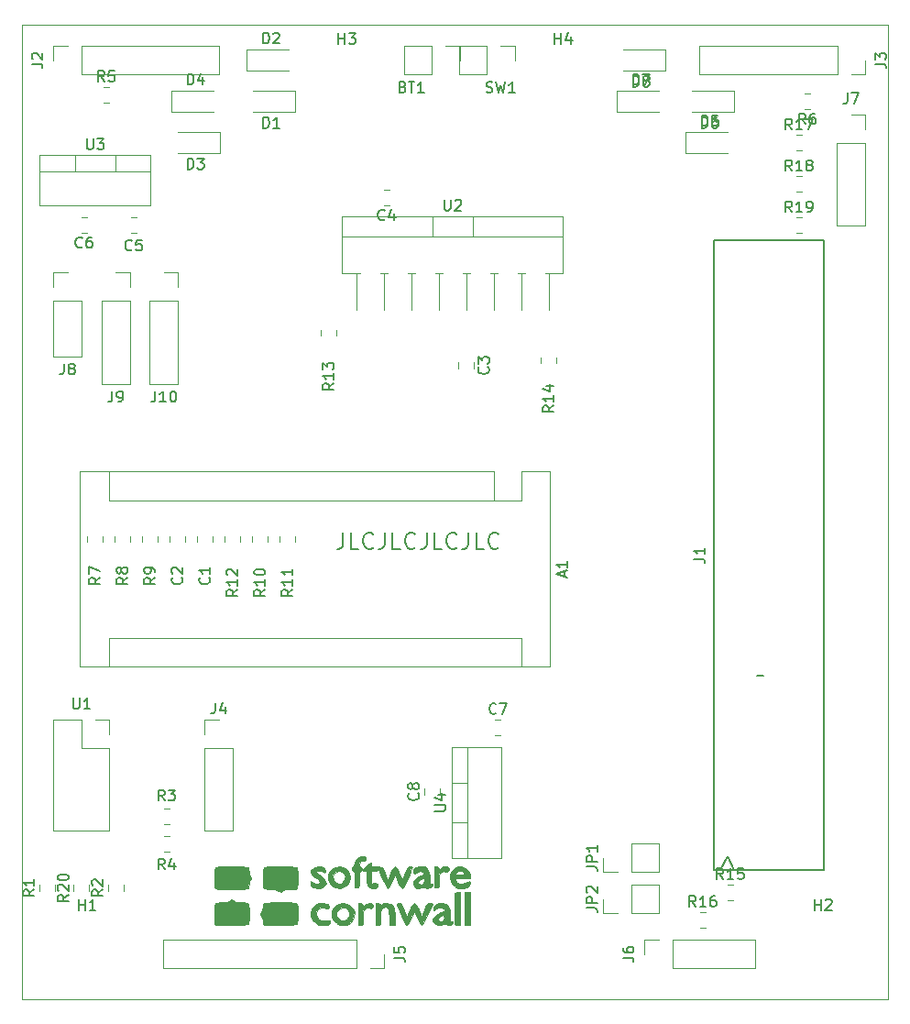
<source format=gbr>
G04 #@! TF.GenerationSoftware,KiCad,Pcbnew,5.1.4-e60b266~84~ubuntu18.04.1*
G04 #@! TF.CreationDate,2019-10-03T13:17:44+01:00*
G04 #@! TF.ProjectId,M2MRover,4d324d52-6f76-4657-922e-6b696361645f,rev?*
G04 #@! TF.SameCoordinates,Original*
G04 #@! TF.FileFunction,Legend,Top*
G04 #@! TF.FilePolarity,Positive*
%FSLAX46Y46*%
G04 Gerber Fmt 4.6, Leading zero omitted, Abs format (unit mm)*
G04 Created by KiCad (PCBNEW 5.1.4-e60b266~84~ubuntu18.04.1) date 2019-10-03 13:17:44*
%MOMM*%
%LPD*%
G04 APERTURE LIST*
%ADD10C,0.050000*%
%ADD11C,0.010000*%
%ADD12C,0.120000*%
%ADD13C,0.150000*%
G04 APERTURE END LIST*
D10*
X105000000Y-135000000D02*
X105000000Y-45000000D01*
X185000000Y-135000000D02*
X105000000Y-135000000D01*
X185000000Y-45000000D02*
X185000000Y-135000000D01*
X105000000Y-45000000D02*
X185000000Y-45000000D01*
D11*
G36*
X143462052Y-122761846D02*
G01*
X143509907Y-122898327D01*
X143510000Y-122908425D01*
X143510000Y-123092517D01*
X143705956Y-122908425D01*
X143958258Y-122748440D01*
X144219297Y-122751394D01*
X144362232Y-122811978D01*
X144469463Y-122885817D01*
X144467846Y-122976195D01*
X144386413Y-123112659D01*
X144260038Y-123253219D01*
X144159797Y-123238628D01*
X144157814Y-123236680D01*
X143971024Y-123151207D01*
X143767832Y-123210678D01*
X143641800Y-123335838D01*
X143549131Y-123587149D01*
X143511056Y-123998277D01*
X143510000Y-124097838D01*
X143506638Y-124401391D01*
X143487336Y-124573109D01*
X143438265Y-124650478D01*
X143345598Y-124670985D01*
X143298333Y-124671666D01*
X143086666Y-124671666D01*
X143086666Y-122724333D01*
X143298333Y-122724333D01*
X143462052Y-122761846D01*
X143462052Y-122761846D01*
G37*
X143462052Y-122761846D02*
X143509907Y-122898327D01*
X143510000Y-122908425D01*
X143510000Y-123092517D01*
X143705956Y-122908425D01*
X143958258Y-122748440D01*
X144219297Y-122751394D01*
X144362232Y-122811978D01*
X144469463Y-122885817D01*
X144467846Y-122976195D01*
X144386413Y-123112659D01*
X144260038Y-123253219D01*
X144159797Y-123238628D01*
X144157814Y-123236680D01*
X143971024Y-123151207D01*
X143767832Y-123210678D01*
X143641800Y-123335838D01*
X143549131Y-123587149D01*
X143511056Y-123998277D01*
X143510000Y-124097838D01*
X143506638Y-124401391D01*
X143487336Y-124573109D01*
X143438265Y-124650478D01*
X143345598Y-124670985D01*
X143298333Y-124671666D01*
X143086666Y-124671666D01*
X143086666Y-122724333D01*
X143298333Y-122724333D01*
X143462052Y-122761846D01*
G36*
X136619750Y-121804986D02*
G01*
X136714573Y-121861469D01*
X136736609Y-121993233D01*
X136736666Y-122006279D01*
X136713201Y-122158423D01*
X136608725Y-122184324D01*
X136531956Y-122168180D01*
X136345405Y-122169095D01*
X136235623Y-122288001D01*
X136152931Y-122515920D01*
X136171557Y-122673269D01*
X136271000Y-122724333D01*
X136373143Y-122797934D01*
X136398000Y-122936000D01*
X136353839Y-123106238D01*
X136271000Y-123147666D01*
X136209041Y-123177361D01*
X136170448Y-123285739D01*
X136150398Y-123501736D01*
X136144066Y-123854292D01*
X136144000Y-123909666D01*
X136142314Y-124270383D01*
X136131224Y-124494353D01*
X136101676Y-124614160D01*
X136044621Y-124662390D01*
X135951006Y-124671629D01*
X135932333Y-124671666D01*
X135832134Y-124665599D01*
X135769920Y-124625673D01*
X135736640Y-124519303D01*
X135723243Y-124313904D01*
X135720676Y-123976890D01*
X135720666Y-123909666D01*
X135715717Y-123537916D01*
X135697654Y-123306359D01*
X135661655Y-123186055D01*
X135602895Y-123148068D01*
X135593666Y-123147666D01*
X135491523Y-123074065D01*
X135466666Y-122936000D01*
X135510827Y-122765761D01*
X135593666Y-122724333D01*
X135694827Y-122649163D01*
X135720666Y-122481751D01*
X135794956Y-122157499D01*
X135996811Y-121919957D01*
X136294709Y-121800891D01*
X136404145Y-121793000D01*
X136619750Y-121804986D01*
X136619750Y-121804986D01*
G37*
X136619750Y-121804986D02*
X136714573Y-121861469D01*
X136736609Y-121993233D01*
X136736666Y-122006279D01*
X136713201Y-122158423D01*
X136608725Y-122184324D01*
X136531956Y-122168180D01*
X136345405Y-122169095D01*
X136235623Y-122288001D01*
X136152931Y-122515920D01*
X136171557Y-122673269D01*
X136271000Y-122724333D01*
X136373143Y-122797934D01*
X136398000Y-122936000D01*
X136353839Y-123106238D01*
X136271000Y-123147666D01*
X136209041Y-123177361D01*
X136170448Y-123285739D01*
X136150398Y-123501736D01*
X136144066Y-123854292D01*
X136144000Y-123909666D01*
X136142314Y-124270383D01*
X136131224Y-124494353D01*
X136101676Y-124614160D01*
X136044621Y-124662390D01*
X135951006Y-124671629D01*
X135932333Y-124671666D01*
X135832134Y-124665599D01*
X135769920Y-124625673D01*
X135736640Y-124519303D01*
X135723243Y-124313904D01*
X135720676Y-123976890D01*
X135720666Y-123909666D01*
X135715717Y-123537916D01*
X135697654Y-123306359D01*
X135661655Y-123186055D01*
X135602895Y-123148068D01*
X135593666Y-123147666D01*
X135491523Y-123074065D01*
X135466666Y-122936000D01*
X135510827Y-122765761D01*
X135593666Y-122724333D01*
X135694827Y-122649163D01*
X135720666Y-122481751D01*
X135794956Y-122157499D01*
X135996811Y-121919957D01*
X136294709Y-121800891D01*
X136404145Y-121793000D01*
X136619750Y-121804986D01*
G36*
X145792370Y-122794658D02*
G01*
X146083226Y-122979265D01*
X146296216Y-123238596D01*
X146387851Y-123533095D01*
X146388666Y-123562533D01*
X146388666Y-123825000D01*
X144928679Y-123825000D01*
X145052066Y-124010831D01*
X145235262Y-124217118D01*
X145454922Y-124310845D01*
X145741074Y-124294868D01*
X146123741Y-124172044D01*
X146240500Y-124123918D01*
X146351137Y-124109549D01*
X146387519Y-124221845D01*
X146388666Y-124272415D01*
X146352745Y-124426876D01*
X146218113Y-124542348D01*
X146048286Y-124620140D01*
X145689021Y-124731532D01*
X145390473Y-124734973D01*
X145082580Y-124630082D01*
X145050771Y-124614701D01*
X144758515Y-124391813D01*
X144586897Y-124096319D01*
X144528272Y-123762928D01*
X144574994Y-123426352D01*
X144592822Y-123388696D01*
X145043334Y-123388696D01*
X145099120Y-123455722D01*
X145288547Y-123483173D01*
X145457333Y-123486333D01*
X145722303Y-123473129D01*
X145852145Y-123426884D01*
X145880666Y-123357237D01*
X145809801Y-123216291D01*
X145635954Y-123134090D01*
X145417244Y-123117232D01*
X145211793Y-123172314D01*
X145098796Y-123268490D01*
X145043334Y-123388696D01*
X144592822Y-123388696D01*
X144719419Y-123121300D01*
X144953901Y-122882483D01*
X145270795Y-122744611D01*
X145467135Y-122724333D01*
X145792370Y-122794658D01*
X145792370Y-122794658D01*
G37*
X145792370Y-122794658D02*
X146083226Y-122979265D01*
X146296216Y-123238596D01*
X146387851Y-123533095D01*
X146388666Y-123562533D01*
X146388666Y-123825000D01*
X144928679Y-123825000D01*
X145052066Y-124010831D01*
X145235262Y-124217118D01*
X145454922Y-124310845D01*
X145741074Y-124294868D01*
X146123741Y-124172044D01*
X146240500Y-124123918D01*
X146351137Y-124109549D01*
X146387519Y-124221845D01*
X146388666Y-124272415D01*
X146352745Y-124426876D01*
X146218113Y-124542348D01*
X146048286Y-124620140D01*
X145689021Y-124731532D01*
X145390473Y-124734973D01*
X145082580Y-124630082D01*
X145050771Y-124614701D01*
X144758515Y-124391813D01*
X144586897Y-124096319D01*
X144528272Y-123762928D01*
X144574994Y-123426352D01*
X144592822Y-123388696D01*
X145043334Y-123388696D01*
X145099120Y-123455722D01*
X145288547Y-123483173D01*
X145457333Y-123486333D01*
X145722303Y-123473129D01*
X145852145Y-123426884D01*
X145880666Y-123357237D01*
X145809801Y-123216291D01*
X145635954Y-123134090D01*
X145417244Y-123117232D01*
X145211793Y-123172314D01*
X145098796Y-123268490D01*
X145043334Y-123388696D01*
X144592822Y-123388696D01*
X144719419Y-123121300D01*
X144953901Y-122882483D01*
X145270795Y-122744611D01*
X145467135Y-122724333D01*
X145792370Y-122794658D01*
G36*
X142369136Y-122824760D02*
G01*
X142519991Y-123013455D01*
X142607277Y-123330229D01*
X142644180Y-123687561D01*
X142672941Y-124027581D01*
X142709549Y-124223255D01*
X142760454Y-124299568D01*
X142801767Y-124297994D01*
X142898497Y-124322409D01*
X142917333Y-124410052D01*
X142844154Y-124558501D01*
X142670486Y-124673407D01*
X142465130Y-124725027D01*
X142296885Y-124683616D01*
X142292555Y-124680150D01*
X142128863Y-124626320D01*
X141948453Y-124669846D01*
X141697063Y-124744757D01*
X141512687Y-124728855D01*
X141327505Y-124624532D01*
X141157653Y-124427551D01*
X141135696Y-124203745D01*
X141562666Y-124203745D01*
X141632667Y-124343091D01*
X141807428Y-124401833D01*
X142021408Y-124366274D01*
X142112082Y-124265152D01*
X142153348Y-124095793D01*
X142141900Y-123927654D01*
X142074432Y-123830192D01*
X142047172Y-123825000D01*
X141877358Y-123878152D01*
X141698886Y-124002403D01*
X141579310Y-124144944D01*
X141562666Y-124203745D01*
X141135696Y-124203745D01*
X141135346Y-124200186D01*
X141247974Y-123967049D01*
X141482927Y-123752751D01*
X141827597Y-123581905D01*
X141868938Y-123567720D01*
X142083635Y-123461908D01*
X142138977Y-123335268D01*
X142138090Y-123330066D01*
X142040002Y-123210383D01*
X141838001Y-123165646D01*
X141581896Y-123199786D01*
X141398954Y-123271759D01*
X141224657Y-123354749D01*
X141153574Y-123345891D01*
X141139410Y-123232842D01*
X141139333Y-123202541D01*
X141196728Y-122982568D01*
X141379763Y-122837448D01*
X141704715Y-122755899D01*
X141799199Y-122745144D01*
X142135332Y-122742528D01*
X142369136Y-122824760D01*
X142369136Y-122824760D01*
G37*
X142369136Y-122824760D02*
X142519991Y-123013455D01*
X142607277Y-123330229D01*
X142644180Y-123687561D01*
X142672941Y-124027581D01*
X142709549Y-124223255D01*
X142760454Y-124299568D01*
X142801767Y-124297994D01*
X142898497Y-124322409D01*
X142917333Y-124410052D01*
X142844154Y-124558501D01*
X142670486Y-124673407D01*
X142465130Y-124725027D01*
X142296885Y-124683616D01*
X142292555Y-124680150D01*
X142128863Y-124626320D01*
X141948453Y-124669846D01*
X141697063Y-124744757D01*
X141512687Y-124728855D01*
X141327505Y-124624532D01*
X141157653Y-124427551D01*
X141135696Y-124203745D01*
X141562666Y-124203745D01*
X141632667Y-124343091D01*
X141807428Y-124401833D01*
X142021408Y-124366274D01*
X142112082Y-124265152D01*
X142153348Y-124095793D01*
X142141900Y-123927654D01*
X142074432Y-123830192D01*
X142047172Y-123825000D01*
X141877358Y-123878152D01*
X141698886Y-124002403D01*
X141579310Y-124144944D01*
X141562666Y-124203745D01*
X141135696Y-124203745D01*
X141135346Y-124200186D01*
X141247974Y-123967049D01*
X141482927Y-123752751D01*
X141827597Y-123581905D01*
X141868938Y-123567720D01*
X142083635Y-123461908D01*
X142138977Y-123335268D01*
X142138090Y-123330066D01*
X142040002Y-123210383D01*
X141838001Y-123165646D01*
X141581896Y-123199786D01*
X141398954Y-123271759D01*
X141224657Y-123354749D01*
X141153574Y-123345891D01*
X141139410Y-123232842D01*
X141139333Y-123202541D01*
X141196728Y-122982568D01*
X141379763Y-122837448D01*
X141704715Y-122755899D01*
X141799199Y-122745144D01*
X142135332Y-122742528D01*
X142369136Y-122824760D01*
G36*
X137233165Y-122355385D02*
G01*
X137244470Y-122448727D01*
X137244666Y-122490998D01*
X137254645Y-122615020D01*
X137310754Y-122685147D01*
X137452254Y-122720227D01*
X137718407Y-122739106D01*
X137766394Y-122741459D01*
X138288122Y-122766666D01*
X138510987Y-123292537D01*
X138630948Y-123566079D01*
X138729462Y-123773613D01*
X138784242Y-123868798D01*
X138836255Y-123820930D01*
X138928572Y-123648651D01*
X139043199Y-123386528D01*
X139069026Y-123321761D01*
X139226323Y-122962740D01*
X139361010Y-122768887D01*
X139487071Y-122740160D01*
X139618489Y-122876518D01*
X139769247Y-123177918D01*
X139827996Y-123319475D01*
X139948777Y-123593085D01*
X140052921Y-123781787D01*
X140121440Y-123852296D01*
X140129846Y-123848642D01*
X140192734Y-123740792D01*
X140295275Y-123524612D01*
X140403522Y-123274666D01*
X140533922Y-122988439D01*
X140644754Y-122827256D01*
X140766199Y-122754298D01*
X140842527Y-122739130D01*
X141001190Y-122736764D01*
X141033838Y-122809746D01*
X141012305Y-122893752D01*
X140914385Y-123162776D01*
X140777167Y-123489435D01*
X140618096Y-123838002D01*
X140454611Y-124172746D01*
X140304157Y-124457940D01*
X140184174Y-124657854D01*
X140112626Y-124736670D01*
X140017481Y-124671455D01*
X139888959Y-124454738D01*
X139746255Y-124128497D01*
X139623548Y-123840574D01*
X139517893Y-123631518D01*
X139447475Y-123536132D01*
X139436044Y-123534819D01*
X139378186Y-123626481D01*
X139280362Y-123834681D01*
X139162080Y-124117411D01*
X139142254Y-124167535D01*
X138988944Y-124514379D01*
X138863793Y-124703412D01*
X138788644Y-124738543D01*
X138710458Y-124654992D01*
X138586784Y-124445856D01*
X138434740Y-124142883D01*
X138274764Y-123785642D01*
X138121905Y-123441553D01*
X137991982Y-123179419D01*
X137898193Y-123023740D01*
X137853736Y-122999015D01*
X137852878Y-123002475D01*
X137771262Y-123110241D01*
X137563186Y-123147319D01*
X137530923Y-123147666D01*
X137236929Y-123147666D01*
X137261964Y-123719166D01*
X137287000Y-124290666D01*
X137562166Y-124278182D01*
X137753436Y-124287879D01*
X137828010Y-124362754D01*
X137837333Y-124458807D01*
X137765318Y-124631868D01*
X137578188Y-124730008D01*
X137319312Y-124737939D01*
X137160000Y-124697576D01*
X136990621Y-124592038D01*
X136884986Y-124402222D01*
X136832401Y-124098729D01*
X136821333Y-123766484D01*
X136817130Y-123446815D01*
X136798044Y-123260893D01*
X136754358Y-123173212D01*
X136676356Y-123148264D01*
X136652000Y-123147666D01*
X136524145Y-123128864D01*
X136501524Y-123060228D01*
X136591777Y-122923416D01*
X136802549Y-122700087D01*
X136863666Y-122639666D01*
X137070351Y-122440090D01*
X137184321Y-122348918D01*
X137233165Y-122355385D01*
X137233165Y-122355385D01*
G37*
X137233165Y-122355385D02*
X137244470Y-122448727D01*
X137244666Y-122490998D01*
X137254645Y-122615020D01*
X137310754Y-122685147D01*
X137452254Y-122720227D01*
X137718407Y-122739106D01*
X137766394Y-122741459D01*
X138288122Y-122766666D01*
X138510987Y-123292537D01*
X138630948Y-123566079D01*
X138729462Y-123773613D01*
X138784242Y-123868798D01*
X138836255Y-123820930D01*
X138928572Y-123648651D01*
X139043199Y-123386528D01*
X139069026Y-123321761D01*
X139226323Y-122962740D01*
X139361010Y-122768887D01*
X139487071Y-122740160D01*
X139618489Y-122876518D01*
X139769247Y-123177918D01*
X139827996Y-123319475D01*
X139948777Y-123593085D01*
X140052921Y-123781787D01*
X140121440Y-123852296D01*
X140129846Y-123848642D01*
X140192734Y-123740792D01*
X140295275Y-123524612D01*
X140403522Y-123274666D01*
X140533922Y-122988439D01*
X140644754Y-122827256D01*
X140766199Y-122754298D01*
X140842527Y-122739130D01*
X141001190Y-122736764D01*
X141033838Y-122809746D01*
X141012305Y-122893752D01*
X140914385Y-123162776D01*
X140777167Y-123489435D01*
X140618096Y-123838002D01*
X140454611Y-124172746D01*
X140304157Y-124457940D01*
X140184174Y-124657854D01*
X140112626Y-124736670D01*
X140017481Y-124671455D01*
X139888959Y-124454738D01*
X139746255Y-124128497D01*
X139623548Y-123840574D01*
X139517893Y-123631518D01*
X139447475Y-123536132D01*
X139436044Y-123534819D01*
X139378186Y-123626481D01*
X139280362Y-123834681D01*
X139162080Y-124117411D01*
X139142254Y-124167535D01*
X138988944Y-124514379D01*
X138863793Y-124703412D01*
X138788644Y-124738543D01*
X138710458Y-124654992D01*
X138586784Y-124445856D01*
X138434740Y-124142883D01*
X138274764Y-123785642D01*
X138121905Y-123441553D01*
X137991982Y-123179419D01*
X137898193Y-123023740D01*
X137853736Y-122999015D01*
X137852878Y-123002475D01*
X137771262Y-123110241D01*
X137563186Y-123147319D01*
X137530923Y-123147666D01*
X137236929Y-123147666D01*
X137261964Y-123719166D01*
X137287000Y-124290666D01*
X137562166Y-124278182D01*
X137753436Y-124287879D01*
X137828010Y-124362754D01*
X137837333Y-124458807D01*
X137765318Y-124631868D01*
X137578188Y-124730008D01*
X137319312Y-124737939D01*
X137160000Y-124697576D01*
X136990621Y-124592038D01*
X136884986Y-124402222D01*
X136832401Y-124098729D01*
X136821333Y-123766484D01*
X136817130Y-123446815D01*
X136798044Y-123260893D01*
X136754358Y-123173212D01*
X136676356Y-123148264D01*
X136652000Y-123147666D01*
X136524145Y-123128864D01*
X136501524Y-123060228D01*
X136591777Y-122923416D01*
X136802549Y-122700087D01*
X136863666Y-122639666D01*
X137070351Y-122440090D01*
X137184321Y-122348918D01*
X137233165Y-122355385D01*
G36*
X134687358Y-122797083D02*
G01*
X135009188Y-123000513D01*
X135220109Y-123312395D01*
X135297309Y-123710502D01*
X135297333Y-123718082D01*
X135222911Y-124090960D01*
X135023087Y-124397584D01*
X134733019Y-124614711D01*
X134387869Y-124719096D01*
X134022795Y-124687495D01*
X133900333Y-124641623D01*
X133574777Y-124417751D01*
X133373491Y-124124415D01*
X133290061Y-123794228D01*
X133302865Y-123641352D01*
X133741015Y-123641352D01*
X133766173Y-123907552D01*
X133918538Y-124150961D01*
X133955656Y-124184833D01*
X134217743Y-124318328D01*
X134483532Y-124283320D01*
X134678043Y-124148908D01*
X134837676Y-123903236D01*
X134860010Y-123635731D01*
X134762423Y-123390946D01*
X134562294Y-123213434D01*
X134287478Y-123147666D01*
X134015797Y-123217242D01*
X133828933Y-123396526D01*
X133741015Y-123641352D01*
X133302865Y-123641352D01*
X133318071Y-123459803D01*
X133451107Y-123153752D01*
X133682756Y-122908688D01*
X134006602Y-122757223D01*
X134277434Y-122724333D01*
X134687358Y-122797083D01*
X134687358Y-122797083D01*
G37*
X134687358Y-122797083D02*
X135009188Y-123000513D01*
X135220109Y-123312395D01*
X135297309Y-123710502D01*
X135297333Y-123718082D01*
X135222911Y-124090960D01*
X135023087Y-124397584D01*
X134733019Y-124614711D01*
X134387869Y-124719096D01*
X134022795Y-124687495D01*
X133900333Y-124641623D01*
X133574777Y-124417751D01*
X133373491Y-124124415D01*
X133290061Y-123794228D01*
X133302865Y-123641352D01*
X133741015Y-123641352D01*
X133766173Y-123907552D01*
X133918538Y-124150961D01*
X133955656Y-124184833D01*
X134217743Y-124318328D01*
X134483532Y-124283320D01*
X134678043Y-124148908D01*
X134837676Y-123903236D01*
X134860010Y-123635731D01*
X134762423Y-123390946D01*
X134562294Y-123213434D01*
X134287478Y-123147666D01*
X134015797Y-123217242D01*
X133828933Y-123396526D01*
X133741015Y-123641352D01*
X133302865Y-123641352D01*
X133318071Y-123459803D01*
X133451107Y-123153752D01*
X133682756Y-122908688D01*
X134006602Y-122757223D01*
X134277434Y-122724333D01*
X134687358Y-122797083D01*
G36*
X132645207Y-122738949D02*
G01*
X132867134Y-122838910D01*
X132995678Y-123010857D01*
X133011333Y-123111291D01*
X132993433Y-123257693D01*
X132912869Y-123266762D01*
X132847566Y-123235312D01*
X132660319Y-123173430D01*
X132443241Y-123150347D01*
X132258060Y-123166263D01*
X132166508Y-123221376D01*
X132164666Y-123233115D01*
X132231347Y-123320246D01*
X132403884Y-123457434D01*
X132583774Y-123576444D01*
X132902568Y-123824829D01*
X133066284Y-124074294D01*
X133072760Y-124311574D01*
X132919834Y-124523403D01*
X132755537Y-124630261D01*
X132519535Y-124724455D01*
X132285731Y-124738696D01*
X131981733Y-124675739D01*
X131931833Y-124661609D01*
X131739088Y-124580182D01*
X131665022Y-124450619D01*
X131656666Y-124328404D01*
X131656666Y-124074651D01*
X131916397Y-124208963D01*
X132172647Y-124301719D01*
X132382304Y-124311784D01*
X132518924Y-124256861D01*
X132556064Y-124154650D01*
X132467280Y-124022854D01*
X132331752Y-123930926D01*
X131954227Y-123686679D01*
X131741696Y-123455266D01*
X131690951Y-123229947D01*
X131798787Y-123003983D01*
X131859226Y-122937409D01*
X132097243Y-122781556D01*
X132373907Y-122717617D01*
X132645207Y-122738949D01*
X132645207Y-122738949D01*
G37*
X132645207Y-122738949D02*
X132867134Y-122838910D01*
X132995678Y-123010857D01*
X133011333Y-123111291D01*
X132993433Y-123257693D01*
X132912869Y-123266762D01*
X132847566Y-123235312D01*
X132660319Y-123173430D01*
X132443241Y-123150347D01*
X132258060Y-123166263D01*
X132166508Y-123221376D01*
X132164666Y-123233115D01*
X132231347Y-123320246D01*
X132403884Y-123457434D01*
X132583774Y-123576444D01*
X132902568Y-123824829D01*
X133066284Y-124074294D01*
X133072760Y-124311574D01*
X132919834Y-124523403D01*
X132755537Y-124630261D01*
X132519535Y-124724455D01*
X132285731Y-124738696D01*
X131981733Y-124675739D01*
X131931833Y-124661609D01*
X131739088Y-124580182D01*
X131665022Y-124450619D01*
X131656666Y-124328404D01*
X131656666Y-124074651D01*
X131916397Y-124208963D01*
X132172647Y-124301719D01*
X132382304Y-124311784D01*
X132518924Y-124256861D01*
X132556064Y-124154650D01*
X132467280Y-124022854D01*
X132331752Y-123930926D01*
X131954227Y-123686679D01*
X131741696Y-123455266D01*
X131690951Y-123229947D01*
X131798787Y-123003983D01*
X131859226Y-122937409D01*
X132097243Y-122781556D01*
X132373907Y-122717617D01*
X132645207Y-122738949D01*
G36*
X124908882Y-122725805D02*
G01*
X125305415Y-122741745D01*
X125623946Y-122767007D01*
X125829178Y-122801592D01*
X125882400Y-122825933D01*
X125951906Y-122975463D01*
X125983781Y-123201919D01*
X125984000Y-123221433D01*
X126020212Y-123465023D01*
X126107887Y-123651986D01*
X126113135Y-123658026D01*
X126198126Y-123779640D01*
X126156057Y-123870129D01*
X126113135Y-123907893D01*
X126024170Y-124064639D01*
X125984289Y-124304469D01*
X125984000Y-124326433D01*
X125957886Y-124560397D01*
X125893873Y-124725938D01*
X125882399Y-124739400D01*
X125759089Y-124779393D01*
X125501999Y-124810065D01*
X125146427Y-124831414D01*
X124727668Y-124843441D01*
X124281022Y-124846145D01*
X123841783Y-124839528D01*
X123445250Y-124823587D01*
X123126719Y-124798325D01*
X122921488Y-124763740D01*
X122868266Y-124739400D01*
X122819000Y-124605708D01*
X122785378Y-124349612D01*
X122767401Y-124017317D01*
X122765068Y-123655029D01*
X122778379Y-123308953D01*
X122807334Y-123025294D01*
X122851934Y-122850257D01*
X122868266Y-122825933D01*
X122991577Y-122785939D01*
X123248667Y-122755268D01*
X123604239Y-122733918D01*
X124022997Y-122721891D01*
X124469644Y-122719187D01*
X124908882Y-122725805D01*
X124908882Y-122725805D01*
G37*
X124908882Y-122725805D02*
X125305415Y-122741745D01*
X125623946Y-122767007D01*
X125829178Y-122801592D01*
X125882400Y-122825933D01*
X125951906Y-122975463D01*
X125983781Y-123201919D01*
X125984000Y-123221433D01*
X126020212Y-123465023D01*
X126107887Y-123651986D01*
X126113135Y-123658026D01*
X126198126Y-123779640D01*
X126156057Y-123870129D01*
X126113135Y-123907893D01*
X126024170Y-124064639D01*
X125984289Y-124304469D01*
X125984000Y-124326433D01*
X125957886Y-124560397D01*
X125893873Y-124725938D01*
X125882399Y-124739400D01*
X125759089Y-124779393D01*
X125501999Y-124810065D01*
X125146427Y-124831414D01*
X124727668Y-124843441D01*
X124281022Y-124846145D01*
X123841783Y-124839528D01*
X123445250Y-124823587D01*
X123126719Y-124798325D01*
X122921488Y-124763740D01*
X122868266Y-124739400D01*
X122819000Y-124605708D01*
X122785378Y-124349612D01*
X122767401Y-124017317D01*
X122765068Y-123655029D01*
X122778379Y-123308953D01*
X122807334Y-123025294D01*
X122851934Y-122850257D01*
X122868266Y-122825933D01*
X122991577Y-122785939D01*
X123248667Y-122755268D01*
X123604239Y-122733918D01*
X124022997Y-122721891D01*
X124469644Y-122719187D01*
X124908882Y-122725805D01*
G36*
X129396216Y-122725805D02*
G01*
X129792749Y-122741745D01*
X130111280Y-122767007D01*
X130316511Y-122801592D01*
X130369733Y-122825933D01*
X130418999Y-122959625D01*
X130452621Y-123215721D01*
X130470598Y-123548015D01*
X130472931Y-123910303D01*
X130459620Y-124256379D01*
X130430665Y-124540039D01*
X130386065Y-124715076D01*
X130369733Y-124739400D01*
X130230593Y-124794820D01*
X129970346Y-124830921D01*
X129702766Y-124841000D01*
X129338208Y-124857131D01*
X129115898Y-124908590D01*
X129032000Y-124968000D01*
X128914973Y-125074142D01*
X128862666Y-125095000D01*
X128761529Y-125037519D01*
X128693333Y-124968000D01*
X128556051Y-124889115D01*
X128293487Y-124848770D01*
X128022566Y-124841000D01*
X127699124Y-124825955D01*
X127457959Y-124785674D01*
X127355599Y-124739400D01*
X127306333Y-124605708D01*
X127272712Y-124349612D01*
X127254734Y-124017317D01*
X127252401Y-123655029D01*
X127265712Y-123308953D01*
X127294668Y-123025294D01*
X127339268Y-122850257D01*
X127355599Y-122825933D01*
X127478910Y-122785939D01*
X127736000Y-122755268D01*
X128091572Y-122733918D01*
X128510331Y-122721891D01*
X128956977Y-122719187D01*
X129396216Y-122725805D01*
X129396216Y-122725805D01*
G37*
X129396216Y-122725805D02*
X129792749Y-122741745D01*
X130111280Y-122767007D01*
X130316511Y-122801592D01*
X130369733Y-122825933D01*
X130418999Y-122959625D01*
X130452621Y-123215721D01*
X130470598Y-123548015D01*
X130472931Y-123910303D01*
X130459620Y-124256379D01*
X130430665Y-124540039D01*
X130386065Y-124715076D01*
X130369733Y-124739400D01*
X130230593Y-124794820D01*
X129970346Y-124830921D01*
X129702766Y-124841000D01*
X129338208Y-124857131D01*
X129115898Y-124908590D01*
X129032000Y-124968000D01*
X128914973Y-125074142D01*
X128862666Y-125095000D01*
X128761529Y-125037519D01*
X128693333Y-124968000D01*
X128556051Y-124889115D01*
X128293487Y-124848770D01*
X128022566Y-124841000D01*
X127699124Y-124825955D01*
X127457959Y-124785674D01*
X127355599Y-124739400D01*
X127306333Y-124605708D01*
X127272712Y-124349612D01*
X127254734Y-124017317D01*
X127252401Y-123655029D01*
X127265712Y-123308953D01*
X127294668Y-123025294D01*
X127339268Y-122850257D01*
X127355599Y-122825933D01*
X127478910Y-122785939D01*
X127736000Y-122755268D01*
X128091572Y-122733918D01*
X128510331Y-122721891D01*
X128956977Y-122719187D01*
X129396216Y-122725805D01*
G36*
X146388666Y-128143000D02*
G01*
X145880666Y-128143000D01*
X145880666Y-125095000D01*
X146388666Y-125095000D01*
X146388666Y-128143000D01*
X146388666Y-128143000D01*
G37*
X146388666Y-128143000D02*
X145880666Y-128143000D01*
X145880666Y-125095000D01*
X146388666Y-125095000D01*
X146388666Y-128143000D01*
G36*
X145457333Y-128143000D02*
G01*
X145243009Y-128143000D01*
X145065476Y-128104656D01*
X144986826Y-128033916D01*
X144974129Y-127915915D01*
X144965849Y-127659543D01*
X144962367Y-127295715D01*
X144964063Y-126855346D01*
X144968316Y-126531083D01*
X144991666Y-125137333D01*
X145224500Y-125110542D01*
X145457333Y-125083752D01*
X145457333Y-128143000D01*
X145457333Y-128143000D01*
G37*
X145457333Y-128143000D02*
X145243009Y-128143000D01*
X145065476Y-128104656D01*
X144986826Y-128033916D01*
X144974129Y-127915915D01*
X144965849Y-127659543D01*
X144962367Y-127295715D01*
X144964063Y-126855346D01*
X144968316Y-126531083D01*
X144991666Y-125137333D01*
X145224500Y-125110542D01*
X145457333Y-125083752D01*
X145457333Y-128143000D01*
G36*
X144112368Y-126150157D02*
G01*
X144325096Y-126280767D01*
X144455538Y-126522530D01*
X144516879Y-126895152D01*
X144526000Y-127189809D01*
X144531210Y-127515104D01*
X144551109Y-127700710D01*
X144592102Y-127776072D01*
X144653000Y-127773715D01*
X144756881Y-127782308D01*
X144772620Y-127883886D01*
X144695033Y-128023818D01*
X144678400Y-128041400D01*
X144516429Y-128123089D01*
X144316569Y-128137255D01*
X144164214Y-128081222D01*
X144144858Y-128058104D01*
X144032411Y-128019265D01*
X143933761Y-128058104D01*
X143645839Y-128137925D01*
X143341400Y-128110759D01*
X143097734Y-127984310D01*
X143086666Y-127973666D01*
X142960885Y-127803522D01*
X142917333Y-127670820D01*
X142967657Y-127544368D01*
X143452009Y-127544368D01*
X143460081Y-127697049D01*
X143599270Y-127784780D01*
X143742351Y-127788836D01*
X143910190Y-127739880D01*
X143984363Y-127608648D01*
X144002197Y-127486833D01*
X143985219Y-127276790D01*
X143881405Y-127211388D01*
X143693049Y-127291289D01*
X143589927Y-127367812D01*
X143452009Y-127544368D01*
X142967657Y-127544368D01*
X142988607Y-127491728D01*
X143172753Y-127288919D01*
X143425258Y-127101158D01*
X143701610Y-126967206D01*
X143739248Y-126955079D01*
X143958690Y-126871874D01*
X144043648Y-126781320D01*
X144039858Y-126693440D01*
X143933088Y-126581405D01*
X143725758Y-126533353D01*
X143474822Y-126551116D01*
X143237233Y-126636525D01*
X143190172Y-126666134D01*
X143057037Y-126746947D01*
X143008535Y-126706565D01*
X143002000Y-126552724D01*
X143071697Y-126326666D01*
X143283417Y-126181755D01*
X143641098Y-126115821D01*
X143804172Y-126111000D01*
X144112368Y-126150157D01*
X144112368Y-126150157D01*
G37*
X144112368Y-126150157D02*
X144325096Y-126280767D01*
X144455538Y-126522530D01*
X144516879Y-126895152D01*
X144526000Y-127189809D01*
X144531210Y-127515104D01*
X144551109Y-127700710D01*
X144592102Y-127776072D01*
X144653000Y-127773715D01*
X144756881Y-127782308D01*
X144772620Y-127883886D01*
X144695033Y-128023818D01*
X144678400Y-128041400D01*
X144516429Y-128123089D01*
X144316569Y-128137255D01*
X144164214Y-128081222D01*
X144144858Y-128058104D01*
X144032411Y-128019265D01*
X143933761Y-128058104D01*
X143645839Y-128137925D01*
X143341400Y-128110759D01*
X143097734Y-127984310D01*
X143086666Y-127973666D01*
X142960885Y-127803522D01*
X142917333Y-127670820D01*
X142967657Y-127544368D01*
X143452009Y-127544368D01*
X143460081Y-127697049D01*
X143599270Y-127784780D01*
X143742351Y-127788836D01*
X143910190Y-127739880D01*
X143984363Y-127608648D01*
X144002197Y-127486833D01*
X143985219Y-127276790D01*
X143881405Y-127211388D01*
X143693049Y-127291289D01*
X143589927Y-127367812D01*
X143452009Y-127544368D01*
X142967657Y-127544368D01*
X142988607Y-127491728D01*
X143172753Y-127288919D01*
X143425258Y-127101158D01*
X143701610Y-126967206D01*
X143739248Y-126955079D01*
X143958690Y-126871874D01*
X144043648Y-126781320D01*
X144039858Y-126693440D01*
X143933088Y-126581405D01*
X143725758Y-126533353D01*
X143474822Y-126551116D01*
X143237233Y-126636525D01*
X143190172Y-126666134D01*
X143057037Y-126746947D01*
X143008535Y-126706565D01*
X143002000Y-126552724D01*
X143071697Y-126326666D01*
X143283417Y-126181755D01*
X143641098Y-126115821D01*
X143804172Y-126111000D01*
X144112368Y-126150157D01*
G36*
X142842342Y-126130511D02*
G01*
X142904348Y-126177848D01*
X142903222Y-126181564D01*
X142682604Y-126712291D01*
X142468709Y-127188458D01*
X142272485Y-127588732D01*
X142104881Y-127891780D01*
X141976845Y-128076270D01*
X141906427Y-128123786D01*
X141812280Y-128037016D01*
X141685095Y-127829647D01*
X141548242Y-127540741D01*
X141527094Y-127489766D01*
X141404212Y-127207706D01*
X141300016Y-127004443D01*
X141233128Y-126915362D01*
X141224605Y-126914958D01*
X141168798Y-127004614D01*
X141071236Y-127210786D01*
X140951286Y-127492072D01*
X140929447Y-127545910D01*
X140769623Y-127897720D01*
X140634088Y-128089783D01*
X140514794Y-128128570D01*
X140403692Y-128020550D01*
X140383358Y-127984924D01*
X140298235Y-127810576D01*
X140177365Y-127544169D01*
X140037374Y-127224749D01*
X139894885Y-126891363D01*
X139766524Y-126583059D01*
X139668916Y-126338881D01*
X139618686Y-126197879D01*
X139615333Y-126181066D01*
X139687569Y-126127465D01*
X139817238Y-126111000D01*
X139929448Y-126134266D01*
X140030249Y-126224142D01*
X140142380Y-126410736D01*
X140288582Y-126724161D01*
X140300198Y-126750533D01*
X140581253Y-127390067D01*
X140831004Y-126750533D01*
X140991157Y-126378032D01*
X141127071Y-126169543D01*
X141254614Y-126124564D01*
X141389651Y-126242590D01*
X141548048Y-126523119D01*
X141641262Y-126724833D01*
X141914403Y-127338666D01*
X142161868Y-126797997D01*
X142285041Y-126519112D01*
X142373671Y-126299798D01*
X142409273Y-126185906D01*
X142409333Y-126184163D01*
X142483108Y-126133320D01*
X142661523Y-126111041D01*
X142670388Y-126111000D01*
X142842342Y-126130511D01*
X142842342Y-126130511D01*
G37*
X142842342Y-126130511D02*
X142904348Y-126177848D01*
X142903222Y-126181564D01*
X142682604Y-126712291D01*
X142468709Y-127188458D01*
X142272485Y-127588732D01*
X142104881Y-127891780D01*
X141976845Y-128076270D01*
X141906427Y-128123786D01*
X141812280Y-128037016D01*
X141685095Y-127829647D01*
X141548242Y-127540741D01*
X141527094Y-127489766D01*
X141404212Y-127207706D01*
X141300016Y-127004443D01*
X141233128Y-126915362D01*
X141224605Y-126914958D01*
X141168798Y-127004614D01*
X141071236Y-127210786D01*
X140951286Y-127492072D01*
X140929447Y-127545910D01*
X140769623Y-127897720D01*
X140634088Y-128089783D01*
X140514794Y-128128570D01*
X140403692Y-128020550D01*
X140383358Y-127984924D01*
X140298235Y-127810576D01*
X140177365Y-127544169D01*
X140037374Y-127224749D01*
X139894885Y-126891363D01*
X139766524Y-126583059D01*
X139668916Y-126338881D01*
X139618686Y-126197879D01*
X139615333Y-126181066D01*
X139687569Y-126127465D01*
X139817238Y-126111000D01*
X139929448Y-126134266D01*
X140030249Y-126224142D01*
X140142380Y-126410736D01*
X140288582Y-126724161D01*
X140300198Y-126750533D01*
X140581253Y-127390067D01*
X140831004Y-126750533D01*
X140991157Y-126378032D01*
X141127071Y-126169543D01*
X141254614Y-126124564D01*
X141389651Y-126242590D01*
X141548048Y-126523119D01*
X141641262Y-126724833D01*
X141914403Y-127338666D01*
X142161868Y-126797997D01*
X142285041Y-126519112D01*
X142373671Y-126299798D01*
X142409273Y-126185906D01*
X142409333Y-126184163D01*
X142483108Y-126133320D01*
X142661523Y-126111041D01*
X142670388Y-126111000D01*
X142842342Y-126130511D01*
G36*
X138044794Y-126149760D02*
G01*
X138116027Y-126216833D01*
X138172563Y-126280208D01*
X138267016Y-126216833D01*
X138445380Y-126138484D01*
X138706510Y-126113964D01*
X138971917Y-126145423D01*
X139103993Y-126193879D01*
X139273038Y-126373043D01*
X139384423Y-126701299D01*
X139439341Y-127183128D01*
X139446000Y-127478300D01*
X139446000Y-128143000D01*
X138944354Y-128143000D01*
X138920010Y-127368800D01*
X138902021Y-126983807D01*
X138872714Y-126734145D01*
X138825315Y-126585872D01*
X138753047Y-126505046D01*
X138746769Y-126500966D01*
X138587924Y-126454779D01*
X138389124Y-126524501D01*
X138365769Y-126537317D01*
X138253651Y-126609643D01*
X138183354Y-126699491D01*
X138143255Y-126846173D01*
X138121732Y-127089001D01*
X138109203Y-127405150D01*
X138095338Y-127758983D01*
X138075496Y-127976613D01*
X138039239Y-128091111D01*
X137976133Y-128135550D01*
X137876370Y-128143000D01*
X137668000Y-128143000D01*
X137668000Y-126111000D01*
X137872611Y-126111000D01*
X138044794Y-126149760D01*
X138044794Y-126149760D01*
G37*
X138044794Y-126149760D02*
X138116027Y-126216833D01*
X138172563Y-126280208D01*
X138267016Y-126216833D01*
X138445380Y-126138484D01*
X138706510Y-126113964D01*
X138971917Y-126145423D01*
X139103993Y-126193879D01*
X139273038Y-126373043D01*
X139384423Y-126701299D01*
X139439341Y-127183128D01*
X139446000Y-127478300D01*
X139446000Y-128143000D01*
X138944354Y-128143000D01*
X138920010Y-127368800D01*
X138902021Y-126983807D01*
X138872714Y-126734145D01*
X138825315Y-126585872D01*
X138753047Y-126505046D01*
X138746769Y-126500966D01*
X138587924Y-126454779D01*
X138389124Y-126524501D01*
X138365769Y-126537317D01*
X138253651Y-126609643D01*
X138183354Y-126699491D01*
X138143255Y-126846173D01*
X138121732Y-127089001D01*
X138109203Y-127405150D01*
X138095338Y-127758983D01*
X138075496Y-127976613D01*
X138039239Y-128091111D01*
X137976133Y-128135550D01*
X137876370Y-128143000D01*
X137668000Y-128143000D01*
X137668000Y-126111000D01*
X137872611Y-126111000D01*
X138044794Y-126149760D01*
G36*
X137268841Y-126139501D02*
G01*
X137408138Y-126236047D01*
X137450537Y-126385883D01*
X137387854Y-126536914D01*
X137272951Y-126647640D01*
X137206176Y-126625218D01*
X137068132Y-126540673D01*
X136869496Y-126553348D01*
X136679582Y-126651844D01*
X136614467Y-126722505D01*
X136528153Y-126944748D01*
X136487076Y-127308399D01*
X136482666Y-127526838D01*
X136479830Y-127843937D01*
X136463031Y-128027911D01*
X136419833Y-128114960D01*
X136337800Y-128141287D01*
X136271000Y-128143000D01*
X136059333Y-128143000D01*
X136059333Y-126111000D01*
X136271000Y-126111000D01*
X136434567Y-126148366D01*
X136482550Y-126284846D01*
X136482666Y-126296298D01*
X136482666Y-126481596D01*
X136655298Y-126296298D01*
X136853847Y-126156956D01*
X137071219Y-126108914D01*
X137268841Y-126139501D01*
X137268841Y-126139501D01*
G37*
X137268841Y-126139501D02*
X137408138Y-126236047D01*
X137450537Y-126385883D01*
X137387854Y-126536914D01*
X137272951Y-126647640D01*
X137206176Y-126625218D01*
X137068132Y-126540673D01*
X136869496Y-126553348D01*
X136679582Y-126651844D01*
X136614467Y-126722505D01*
X136528153Y-126944748D01*
X136487076Y-127308399D01*
X136482666Y-127526838D01*
X136479830Y-127843937D01*
X136463031Y-128027911D01*
X136419833Y-128114960D01*
X136337800Y-128141287D01*
X136271000Y-128143000D01*
X136059333Y-128143000D01*
X136059333Y-126111000D01*
X136271000Y-126111000D01*
X136434567Y-126148366D01*
X136482550Y-126284846D01*
X136482666Y-126296298D01*
X136482666Y-126481596D01*
X136655298Y-126296298D01*
X136853847Y-126156956D01*
X137071219Y-126108914D01*
X137268841Y-126139501D01*
G36*
X135004185Y-126173310D02*
G01*
X135334252Y-126347814D01*
X135589894Y-126635431D01*
X135592161Y-126639251D01*
X135706571Y-126981858D01*
X135679695Y-127334885D01*
X135533157Y-127662553D01*
X135288581Y-127929080D01*
X134967591Y-128098687D01*
X134684743Y-128140747D01*
X134397882Y-128106274D01*
X134144016Y-128023808D01*
X134101230Y-128000445D01*
X133806253Y-127725972D01*
X133641766Y-127372176D01*
X133627267Y-127127000D01*
X134027333Y-127127000D01*
X134077374Y-127292807D01*
X134198227Y-127490704D01*
X134202811Y-127496581D01*
X134429837Y-127670196D01*
X134704333Y-127722700D01*
X134965623Y-127649778D01*
X135077965Y-127558843D01*
X135203052Y-127310632D01*
X135218331Y-127015445D01*
X135123120Y-126751547D01*
X135085436Y-126703412D01*
X134850165Y-126555850D01*
X134572215Y-126539940D01*
X134310768Y-126652058D01*
X134202811Y-126757418D01*
X134080404Y-126954809D01*
X134027392Y-127123097D01*
X134027333Y-127127000D01*
X133627267Y-127127000D01*
X133618542Y-126979487D01*
X133732433Y-126616228D01*
X133963817Y-126333376D01*
X134279329Y-126165600D01*
X134639331Y-126112408D01*
X135004185Y-126173310D01*
X135004185Y-126173310D01*
G37*
X135004185Y-126173310D02*
X135334252Y-126347814D01*
X135589894Y-126635431D01*
X135592161Y-126639251D01*
X135706571Y-126981858D01*
X135679695Y-127334885D01*
X135533157Y-127662553D01*
X135288581Y-127929080D01*
X134967591Y-128098687D01*
X134684743Y-128140747D01*
X134397882Y-128106274D01*
X134144016Y-128023808D01*
X134101230Y-128000445D01*
X133806253Y-127725972D01*
X133641766Y-127372176D01*
X133627267Y-127127000D01*
X134027333Y-127127000D01*
X134077374Y-127292807D01*
X134198227Y-127490704D01*
X134202811Y-127496581D01*
X134429837Y-127670196D01*
X134704333Y-127722700D01*
X134965623Y-127649778D01*
X135077965Y-127558843D01*
X135203052Y-127310632D01*
X135218331Y-127015445D01*
X135123120Y-126751547D01*
X135085436Y-126703412D01*
X134850165Y-126555850D01*
X134572215Y-126539940D01*
X134310768Y-126652058D01*
X134202811Y-126757418D01*
X134080404Y-126954809D01*
X134027392Y-127123097D01*
X134027333Y-127127000D01*
X133627267Y-127127000D01*
X133618542Y-126979487D01*
X133732433Y-126616228D01*
X133963817Y-126333376D01*
X134279329Y-126165600D01*
X134639331Y-126112408D01*
X135004185Y-126173310D01*
G36*
X132824094Y-126128038D02*
G01*
X133098629Y-126148464D01*
X133246848Y-126186881D01*
X133311743Y-126264242D01*
X133333504Y-126376292D01*
X133339465Y-126511377D01*
X133287427Y-126569744D01*
X133135259Y-126572528D01*
X132975329Y-126555968D01*
X132590406Y-126563507D01*
X132325284Y-126683431D01*
X132185767Y-126911939D01*
X132164666Y-127086618D01*
X132233958Y-127402943D01*
X132344736Y-127561070D01*
X132479003Y-127666621D01*
X132640382Y-127709581D01*
X132890124Y-127702790D01*
X132979736Y-127694187D01*
X133241680Y-127672082D01*
X133377130Y-127684843D01*
X133427592Y-127746113D01*
X133434666Y-127843725D01*
X133383246Y-128017957D01*
X133300741Y-128091608D01*
X133052149Y-128136633D01*
X132729480Y-128134815D01*
X132419943Y-128090884D01*
X132251874Y-128034685D01*
X132068378Y-127895391D01*
X131878856Y-127684592D01*
X131842421Y-127633766D01*
X131685121Y-127273190D01*
X131694167Y-126912063D01*
X131867270Y-126565204D01*
X132035703Y-126382089D01*
X132227454Y-126221532D01*
X132394676Y-126142105D01*
X132608836Y-126120776D01*
X132824094Y-126128038D01*
X132824094Y-126128038D01*
G37*
X132824094Y-126128038D02*
X133098629Y-126148464D01*
X133246848Y-126186881D01*
X133311743Y-126264242D01*
X133333504Y-126376292D01*
X133339465Y-126511377D01*
X133287427Y-126569744D01*
X133135259Y-126572528D01*
X132975329Y-126555968D01*
X132590406Y-126563507D01*
X132325284Y-126683431D01*
X132185767Y-126911939D01*
X132164666Y-127086618D01*
X132233958Y-127402943D01*
X132344736Y-127561070D01*
X132479003Y-127666621D01*
X132640382Y-127709581D01*
X132890124Y-127702790D01*
X132979736Y-127694187D01*
X133241680Y-127672082D01*
X133377130Y-127684843D01*
X133427592Y-127746113D01*
X133434666Y-127843725D01*
X133383246Y-128017957D01*
X133300741Y-128091608D01*
X133052149Y-128136633D01*
X132729480Y-128134815D01*
X132419943Y-128090884D01*
X132251874Y-128034685D01*
X132068378Y-127895391D01*
X131878856Y-127684592D01*
X131842421Y-127633766D01*
X131685121Y-127273190D01*
X131694167Y-126912063D01*
X131867270Y-126565204D01*
X132035703Y-126382089D01*
X132227454Y-126221532D01*
X132394676Y-126142105D01*
X132608836Y-126120776D01*
X132824094Y-126128038D01*
G36*
X129373927Y-126029586D02*
G01*
X129764652Y-126044051D01*
X130076368Y-126067778D01*
X130273627Y-126100936D01*
X130307566Y-126113978D01*
X130382202Y-126171228D01*
X130430183Y-126269019D01*
X130457220Y-126440702D01*
X130469019Y-126719624D01*
X130471333Y-127070712D01*
X130460607Y-127540053D01*
X130429173Y-127863782D01*
X130378143Y-128031260D01*
X130369733Y-128041400D01*
X130257636Y-128072595D01*
X130010946Y-128099104D01*
X129663959Y-128120422D01*
X129250970Y-128136041D01*
X128806275Y-128145457D01*
X128364168Y-128148162D01*
X127958946Y-128143650D01*
X127624904Y-128131415D01*
X127396336Y-128110952D01*
X127310444Y-128086555D01*
X127272492Y-127971037D01*
X127254278Y-127763129D01*
X127254000Y-127733388D01*
X127214761Y-127484622D01*
X127119741Y-127288571D01*
X127113877Y-127281833D01*
X127020227Y-127152816D01*
X127049961Y-127047659D01*
X127113877Y-126972166D01*
X127211282Y-126781417D01*
X127253922Y-126533313D01*
X127254000Y-126523433D01*
X127281663Y-126294707D01*
X127348929Y-126135235D01*
X127355599Y-126127933D01*
X127475927Y-126090339D01*
X127729946Y-126061004D01*
X128082204Y-126040093D01*
X128497254Y-126027774D01*
X128939645Y-126024216D01*
X129373927Y-126029586D01*
X129373927Y-126029586D01*
G37*
X129373927Y-126029586D02*
X129764652Y-126044051D01*
X130076368Y-126067778D01*
X130273627Y-126100936D01*
X130307566Y-126113978D01*
X130382202Y-126171228D01*
X130430183Y-126269019D01*
X130457220Y-126440702D01*
X130469019Y-126719624D01*
X130471333Y-127070712D01*
X130460607Y-127540053D01*
X130429173Y-127863782D01*
X130378143Y-128031260D01*
X130369733Y-128041400D01*
X130257636Y-128072595D01*
X130010946Y-128099104D01*
X129663959Y-128120422D01*
X129250970Y-128136041D01*
X128806275Y-128145457D01*
X128364168Y-128148162D01*
X127958946Y-128143650D01*
X127624904Y-128131415D01*
X127396336Y-128110952D01*
X127310444Y-128086555D01*
X127272492Y-127971037D01*
X127254278Y-127763129D01*
X127254000Y-127733388D01*
X127214761Y-127484622D01*
X127119741Y-127288571D01*
X127113877Y-127281833D01*
X127020227Y-127152816D01*
X127049961Y-127047659D01*
X127113877Y-126972166D01*
X127211282Y-126781417D01*
X127253922Y-126533313D01*
X127254000Y-126523433D01*
X127281663Y-126294707D01*
X127348929Y-126135235D01*
X127355599Y-126127933D01*
X127475927Y-126090339D01*
X127729946Y-126061004D01*
X128082204Y-126040093D01*
X128497254Y-126027774D01*
X128939645Y-126024216D01*
X129373927Y-126029586D01*
G36*
X124454673Y-125822294D02*
G01*
X124530166Y-125886211D01*
X124734869Y-125985110D01*
X125075479Y-126025027D01*
X125170732Y-126026333D01*
X125509620Y-126033581D01*
X125738321Y-126073849D01*
X125878471Y-126174922D01*
X125951708Y-126364584D01*
X125979667Y-126670621D01*
X125984000Y-127070712D01*
X125973274Y-127540053D01*
X125941839Y-127863782D01*
X125890810Y-128031260D01*
X125882399Y-128041400D01*
X125770302Y-128072595D01*
X125523612Y-128099104D01*
X125176625Y-128120422D01*
X124763637Y-128136041D01*
X124318941Y-128145457D01*
X123876835Y-128148162D01*
X123471613Y-128143650D01*
X123137570Y-128131415D01*
X122909003Y-128110952D01*
X122823111Y-128086555D01*
X122789630Y-127968854D01*
X122769919Y-127726537D01*
X122762960Y-127403678D01*
X122767737Y-127044348D01*
X122783235Y-126692619D01*
X122808438Y-126392562D01*
X122842329Y-126188250D01*
X122868266Y-126127933D01*
X123006619Y-126072515D01*
X123263134Y-126036236D01*
X123517766Y-126026333D01*
X123887858Y-126007724D01*
X124125261Y-125947514D01*
X124220499Y-125886211D01*
X124349516Y-125792560D01*
X124454673Y-125822294D01*
X124454673Y-125822294D01*
G37*
X124454673Y-125822294D02*
X124530166Y-125886211D01*
X124734869Y-125985110D01*
X125075479Y-126025027D01*
X125170732Y-126026333D01*
X125509620Y-126033581D01*
X125738321Y-126073849D01*
X125878471Y-126174922D01*
X125951708Y-126364584D01*
X125979667Y-126670621D01*
X125984000Y-127070712D01*
X125973274Y-127540053D01*
X125941839Y-127863782D01*
X125890810Y-128031260D01*
X125882399Y-128041400D01*
X125770302Y-128072595D01*
X125523612Y-128099104D01*
X125176625Y-128120422D01*
X124763637Y-128136041D01*
X124318941Y-128145457D01*
X123876835Y-128148162D01*
X123471613Y-128143650D01*
X123137570Y-128131415D01*
X122909003Y-128110952D01*
X122823111Y-128086555D01*
X122789630Y-127968854D01*
X122769919Y-127726537D01*
X122762960Y-127403678D01*
X122767737Y-127044348D01*
X122783235Y-126692619D01*
X122808438Y-126392562D01*
X122842329Y-126188250D01*
X122868266Y-126127933D01*
X123006619Y-126072515D01*
X123263134Y-126036236D01*
X123517766Y-126026333D01*
X123887858Y-126007724D01*
X124125261Y-125947514D01*
X124220499Y-125886211D01*
X124349516Y-125792560D01*
X124454673Y-125822294D01*
D12*
X111200000Y-124966252D02*
X111200000Y-124443748D01*
X109780000Y-124966252D02*
X109780000Y-124443748D01*
X153800000Y-104270000D02*
X153800000Y-86230000D01*
X110360000Y-104270000D02*
X153800000Y-104270000D01*
X110360000Y-86230000D02*
X110360000Y-104270000D01*
X113030000Y-88900000D02*
X113030000Y-86230000D01*
X148590000Y-88900000D02*
X113030000Y-88900000D01*
X148590000Y-88900000D02*
X148590000Y-86230000D01*
X113030000Y-101600000D02*
X113030000Y-104270000D01*
X151130000Y-101600000D02*
X113030000Y-101600000D01*
X151130000Y-101600000D02*
X151130000Y-104270000D01*
X153800000Y-86230000D02*
X151130000Y-86230000D01*
X148590000Y-86230000D02*
X110360000Y-86230000D01*
X151130000Y-88900000D02*
X151130000Y-86230000D01*
X148590000Y-88900000D02*
X151130000Y-88900000D01*
X150555000Y-46930000D02*
X150555000Y-48260000D01*
X149225000Y-46930000D02*
X150555000Y-46930000D01*
X147955000Y-46930000D02*
X147955000Y-49590000D01*
X147955000Y-49590000D02*
X145355000Y-49590000D01*
X147955000Y-46930000D02*
X145355000Y-46930000D01*
X145355000Y-46930000D02*
X145355000Y-49590000D01*
X145475000Y-46930000D02*
X145475000Y-48260000D01*
X144145000Y-46930000D02*
X145475000Y-46930000D01*
X142875000Y-46930000D02*
X142875000Y-49590000D01*
X142875000Y-49590000D02*
X140275000Y-49590000D01*
X142875000Y-46930000D02*
X140275000Y-46930000D01*
X140275000Y-46930000D02*
X140275000Y-49590000D01*
X164430000Y-49260000D02*
X160530000Y-49260000D01*
X164430000Y-47260000D02*
X160530000Y-47260000D01*
X164430000Y-49260000D02*
X164430000Y-47260000D01*
X159930000Y-51070000D02*
X163830000Y-51070000D01*
X159930000Y-53070000D02*
X163830000Y-53070000D01*
X159930000Y-51070000D02*
X159930000Y-53070000D01*
X170780000Y-53070000D02*
X166880000Y-53070000D01*
X170780000Y-51070000D02*
X166880000Y-51070000D01*
X170780000Y-53070000D02*
X170780000Y-51070000D01*
X166280000Y-54880000D02*
X170180000Y-54880000D01*
X166280000Y-56880000D02*
X170180000Y-56880000D01*
X166280000Y-54880000D02*
X166280000Y-56880000D01*
X118780000Y-51070000D02*
X122680000Y-51070000D01*
X118780000Y-53070000D02*
X122680000Y-53070000D01*
X118780000Y-51070000D02*
X118780000Y-53070000D01*
X123280000Y-56880000D02*
X119380000Y-56880000D01*
X123280000Y-54880000D02*
X119380000Y-54880000D01*
X123280000Y-56880000D02*
X123280000Y-54880000D01*
X125765000Y-47260000D02*
X129665000Y-47260000D01*
X125765000Y-49260000D02*
X129665000Y-49260000D01*
X125765000Y-47260000D02*
X125765000Y-49260000D01*
X130265000Y-53070000D02*
X126365000Y-53070000D01*
X130265000Y-51070000D02*
X126365000Y-51070000D01*
X130265000Y-53070000D02*
X130265000Y-51070000D01*
X138936252Y-60250000D02*
X138413748Y-60250000D01*
X138936252Y-61670000D02*
X138413748Y-61670000D01*
X145340000Y-76183748D02*
X145340000Y-76706252D01*
X146760000Y-76183748D02*
X146760000Y-76706252D01*
X110996252Y-62790000D02*
X110473748Y-62790000D01*
X110996252Y-64210000D02*
X110473748Y-64210000D01*
X115063748Y-64210000D02*
X115586252Y-64210000D01*
X115063748Y-62790000D02*
X115586252Y-62790000D01*
X182940000Y-48260000D02*
X182940000Y-49590000D01*
X182940000Y-49590000D02*
X181610000Y-49590000D01*
X180340000Y-49590000D02*
X167580000Y-49590000D01*
X167580000Y-46930000D02*
X167580000Y-49590000D01*
X180340000Y-46930000D02*
X167580000Y-46930000D01*
X180340000Y-46930000D02*
X180340000Y-49590000D01*
X107890000Y-48260000D02*
X107890000Y-46930000D01*
X107890000Y-46930000D02*
X109220000Y-46930000D01*
X110490000Y-46930000D02*
X123250000Y-46930000D01*
X123250000Y-49590000D02*
X123250000Y-46930000D01*
X110490000Y-49590000D02*
X123250000Y-49590000D01*
X110490000Y-49590000D02*
X110490000Y-46930000D01*
X144685000Y-114989000D02*
X146195000Y-114989000D01*
X144685000Y-118690000D02*
X146195000Y-118690000D01*
X146195000Y-121960000D02*
X146195000Y-111720000D01*
X144685000Y-111720000D02*
X149326000Y-111720000D01*
X144685000Y-121960000D02*
X149326000Y-121960000D01*
X149326000Y-121960000D02*
X149326000Y-111720000D01*
X144685000Y-121960000D02*
X144685000Y-111720000D01*
X113611000Y-57055000D02*
X113611000Y-58565000D01*
X109910000Y-57055000D02*
X109910000Y-58565000D01*
X106640000Y-58565000D02*
X116880000Y-58565000D01*
X116880000Y-57055000D02*
X116880000Y-61696000D01*
X106640000Y-57055000D02*
X106640000Y-61696000D01*
X106640000Y-61696000D02*
X116880000Y-61696000D01*
X106640000Y-57055000D02*
X116880000Y-57055000D01*
X153670000Y-67931000D02*
X153670000Y-71325000D01*
X151130000Y-67931000D02*
X151130000Y-71325000D01*
X148590000Y-67931000D02*
X148590000Y-71325000D01*
X146050000Y-67931000D02*
X146050000Y-71325000D01*
X143510000Y-67931000D02*
X143510000Y-71325000D01*
X140970000Y-67931000D02*
X140970000Y-71325000D01*
X138430000Y-67931000D02*
X138430000Y-71325000D01*
X135890000Y-67931000D02*
X135890000Y-71340000D01*
X146630000Y-62690000D02*
X146630000Y-64530000D01*
X142931000Y-62690000D02*
X142931000Y-64530000D01*
X134560000Y-64530000D02*
X155000000Y-64530000D01*
X155000000Y-62690000D02*
X155000000Y-67931000D01*
X134560000Y-62690000D02*
X134560000Y-67931000D01*
X153325000Y-67931000D02*
X155000000Y-67931000D01*
X150785000Y-67931000D02*
X151476000Y-67931000D01*
X148245000Y-67931000D02*
X148936000Y-67931000D01*
X145705000Y-67931000D02*
X146396000Y-67931000D01*
X143165000Y-67931000D02*
X143856000Y-67931000D01*
X140625000Y-67931000D02*
X141316000Y-67931000D01*
X138085000Y-67931000D02*
X138776000Y-67931000D01*
X134560000Y-67931000D02*
X136236000Y-67931000D01*
X134560000Y-62690000D02*
X155000000Y-62690000D01*
X111760000Y-109160000D02*
X113090000Y-109160000D01*
X113090000Y-109160000D02*
X113090000Y-110490000D01*
X110490000Y-109160000D02*
X110490000Y-111760000D01*
X110490000Y-111760000D02*
X113090000Y-111760000D01*
X113090000Y-111760000D02*
X113090000Y-119440000D01*
X107890000Y-119440000D02*
X113090000Y-119440000D01*
X107890000Y-109160000D02*
X107890000Y-119440000D01*
X107890000Y-109160000D02*
X110490000Y-109160000D01*
X176513748Y-64210000D02*
X177036252Y-64210000D01*
X176513748Y-62790000D02*
X177036252Y-62790000D01*
X176513748Y-60400000D02*
X177036252Y-60400000D01*
X176513748Y-58980000D02*
X177036252Y-58980000D01*
X176513748Y-56590000D02*
X177036252Y-56590000D01*
X176513748Y-55170000D02*
X177036252Y-55170000D01*
X167623748Y-128345000D02*
X168146252Y-128345000D01*
X167623748Y-126925000D02*
X168146252Y-126925000D01*
X170163748Y-125805000D02*
X170686252Y-125805000D01*
X170163748Y-124385000D02*
X170686252Y-124385000D01*
X152960000Y-75693748D02*
X152960000Y-76216252D01*
X154380000Y-75693748D02*
X154380000Y-76216252D01*
X132640000Y-73153748D02*
X132640000Y-73676252D01*
X134060000Y-73153748D02*
X134060000Y-73676252D01*
X123750000Y-92203748D02*
X123750000Y-92726252D01*
X125170000Y-92203748D02*
X125170000Y-92726252D01*
X128830000Y-92203748D02*
X128830000Y-92726252D01*
X130250000Y-92203748D02*
X130250000Y-92726252D01*
X126290000Y-92203748D02*
X126290000Y-92726252D01*
X127710000Y-92203748D02*
X127710000Y-92726252D01*
X116130000Y-92203748D02*
X116130000Y-92726252D01*
X117550000Y-92203748D02*
X117550000Y-92726252D01*
X113590000Y-92203748D02*
X113590000Y-92726252D01*
X115010000Y-92203748D02*
X115010000Y-92726252D01*
X111050000Y-92203748D02*
X111050000Y-92726252D01*
X112470000Y-92203748D02*
X112470000Y-92726252D01*
X177816252Y-51360000D02*
X177293748Y-51360000D01*
X177816252Y-52780000D02*
X177293748Y-52780000D01*
X112523748Y-52145000D02*
X113046252Y-52145000D01*
X112523748Y-50725000D02*
X113046252Y-50725000D01*
X118093748Y-121360000D02*
X118616252Y-121360000D01*
X118093748Y-119940000D02*
X118616252Y-119940000D01*
X118616252Y-117400000D02*
X118093748Y-117400000D01*
X118616252Y-118820000D02*
X118093748Y-118820000D01*
X114375000Y-124966252D02*
X114375000Y-124443748D01*
X112955000Y-124966252D02*
X112955000Y-124443748D01*
X108025000Y-124966252D02*
X108025000Y-124443748D01*
X106605000Y-124966252D02*
X106605000Y-124443748D01*
X158690000Y-127060000D02*
X158690000Y-125730000D01*
X160020000Y-127060000D02*
X158690000Y-127060000D01*
X161290000Y-127060000D02*
X161290000Y-124400000D01*
X161290000Y-124400000D02*
X163890000Y-124400000D01*
X161290000Y-127060000D02*
X163890000Y-127060000D01*
X163890000Y-127060000D02*
X163890000Y-124400000D01*
X158690000Y-123250000D02*
X158690000Y-121920000D01*
X160020000Y-123250000D02*
X158690000Y-123250000D01*
X161290000Y-123250000D02*
X161290000Y-120590000D01*
X161290000Y-120590000D02*
X163890000Y-120590000D01*
X161290000Y-123250000D02*
X163890000Y-123250000D01*
X163890000Y-123250000D02*
X163890000Y-120590000D01*
X118110000Y-67885000D02*
X119440000Y-67885000D01*
X119440000Y-67885000D02*
X119440000Y-69215000D01*
X119440000Y-70485000D02*
X119440000Y-78165000D01*
X116780000Y-78165000D02*
X119440000Y-78165000D01*
X116780000Y-70485000D02*
X116780000Y-78165000D01*
X116780000Y-70485000D02*
X119440000Y-70485000D01*
X113665000Y-67885000D02*
X114995000Y-67885000D01*
X114995000Y-67885000D02*
X114995000Y-69215000D01*
X114995000Y-70485000D02*
X114995000Y-78165000D01*
X112335000Y-78165000D02*
X114995000Y-78165000D01*
X112335000Y-70485000D02*
X112335000Y-78165000D01*
X112335000Y-70485000D02*
X114995000Y-70485000D01*
X107890000Y-67885000D02*
X109220000Y-67885000D01*
X107890000Y-69215000D02*
X107890000Y-67885000D01*
X107890000Y-70485000D02*
X110550000Y-70485000D01*
X110550000Y-70485000D02*
X110550000Y-75625000D01*
X107890000Y-70485000D02*
X107890000Y-75625000D01*
X107890000Y-75625000D02*
X110550000Y-75625000D01*
X181610000Y-53280000D02*
X182940000Y-53280000D01*
X182940000Y-53280000D02*
X182940000Y-54610000D01*
X182940000Y-55880000D02*
X182940000Y-63560000D01*
X180280000Y-63560000D02*
X182940000Y-63560000D01*
X180280000Y-55880000D02*
X180280000Y-63560000D01*
X180280000Y-55880000D02*
X182940000Y-55880000D01*
X162500000Y-130810000D02*
X162500000Y-129480000D01*
X162500000Y-129480000D02*
X163830000Y-129480000D01*
X165100000Y-129480000D02*
X172780000Y-129480000D01*
X172780000Y-132140000D02*
X172780000Y-129480000D01*
X165100000Y-132140000D02*
X172780000Y-132140000D01*
X165100000Y-132140000D02*
X165100000Y-129480000D01*
X138490000Y-130810000D02*
X138490000Y-132140000D01*
X138490000Y-132140000D02*
X137160000Y-132140000D01*
X135890000Y-132140000D02*
X118050000Y-132140000D01*
X118050000Y-129480000D02*
X118050000Y-132140000D01*
X135890000Y-129480000D02*
X118050000Y-129480000D01*
X135890000Y-129480000D02*
X135890000Y-132140000D01*
X121860000Y-109160000D02*
X123190000Y-109160000D01*
X121860000Y-110490000D02*
X121860000Y-109160000D01*
X121860000Y-111760000D02*
X124520000Y-111760000D01*
X124520000Y-111760000D02*
X124520000Y-119440000D01*
X121860000Y-111760000D02*
X121860000Y-119440000D01*
X121860000Y-119440000D02*
X124520000Y-119440000D01*
D13*
X172910000Y-105065000D02*
X173460000Y-105065000D01*
X168910000Y-64925000D02*
X179070000Y-64925000D01*
X168910000Y-123045000D02*
X168910000Y-64925000D01*
X179070000Y-123045000D02*
X168910000Y-123045000D01*
X179070000Y-64925000D02*
X179070000Y-123045000D01*
X170180000Y-121745000D02*
X170815000Y-123015000D01*
X169545000Y-123015000D02*
X170180000Y-121745000D01*
D12*
X143585000Y-116076252D02*
X143585000Y-115553748D01*
X142165000Y-116076252D02*
X142165000Y-115553748D01*
X148718748Y-110565000D02*
X149241252Y-110565000D01*
X148718748Y-109145000D02*
X149241252Y-109145000D01*
X118670000Y-92203748D02*
X118670000Y-92726252D01*
X120090000Y-92203748D02*
X120090000Y-92726252D01*
X121210000Y-92203748D02*
X121210000Y-92726252D01*
X122630000Y-92203748D02*
X122630000Y-92726252D01*
D13*
X134676428Y-91888571D02*
X134676428Y-92960000D01*
X134605000Y-93174285D01*
X134462142Y-93317142D01*
X134247857Y-93388571D01*
X134105000Y-93388571D01*
X136105000Y-93388571D02*
X135390714Y-93388571D01*
X135390714Y-91888571D01*
X137462142Y-93245714D02*
X137390714Y-93317142D01*
X137176428Y-93388571D01*
X137033571Y-93388571D01*
X136819285Y-93317142D01*
X136676428Y-93174285D01*
X136605000Y-93031428D01*
X136533571Y-92745714D01*
X136533571Y-92531428D01*
X136605000Y-92245714D01*
X136676428Y-92102857D01*
X136819285Y-91960000D01*
X137033571Y-91888571D01*
X137176428Y-91888571D01*
X137390714Y-91960000D01*
X137462142Y-92031428D01*
X138533571Y-91888571D02*
X138533571Y-92960000D01*
X138462142Y-93174285D01*
X138319285Y-93317142D01*
X138105000Y-93388571D01*
X137962142Y-93388571D01*
X139962142Y-93388571D02*
X139247857Y-93388571D01*
X139247857Y-91888571D01*
X141319285Y-93245714D02*
X141247857Y-93317142D01*
X141033571Y-93388571D01*
X140890714Y-93388571D01*
X140676428Y-93317142D01*
X140533571Y-93174285D01*
X140462142Y-93031428D01*
X140390714Y-92745714D01*
X140390714Y-92531428D01*
X140462142Y-92245714D01*
X140533571Y-92102857D01*
X140676428Y-91960000D01*
X140890714Y-91888571D01*
X141033571Y-91888571D01*
X141247857Y-91960000D01*
X141319285Y-92031428D01*
X142390714Y-91888571D02*
X142390714Y-92960000D01*
X142319285Y-93174285D01*
X142176428Y-93317142D01*
X141962142Y-93388571D01*
X141819285Y-93388571D01*
X143819285Y-93388571D02*
X143105000Y-93388571D01*
X143105000Y-91888571D01*
X145176428Y-93245714D02*
X145105000Y-93317142D01*
X144890714Y-93388571D01*
X144747857Y-93388571D01*
X144533571Y-93317142D01*
X144390714Y-93174285D01*
X144319285Y-93031428D01*
X144247857Y-92745714D01*
X144247857Y-92531428D01*
X144319285Y-92245714D01*
X144390714Y-92102857D01*
X144533571Y-91960000D01*
X144747857Y-91888571D01*
X144890714Y-91888571D01*
X145105000Y-91960000D01*
X145176428Y-92031428D01*
X146247857Y-91888571D02*
X146247857Y-92960000D01*
X146176428Y-93174285D01*
X146033571Y-93317142D01*
X145819285Y-93388571D01*
X145676428Y-93388571D01*
X147676428Y-93388571D02*
X146962142Y-93388571D01*
X146962142Y-91888571D01*
X149033571Y-93245714D02*
X148962142Y-93317142D01*
X148747857Y-93388571D01*
X148605000Y-93388571D01*
X148390714Y-93317142D01*
X148247857Y-93174285D01*
X148176428Y-93031428D01*
X148105000Y-92745714D01*
X148105000Y-92531428D01*
X148176428Y-92245714D01*
X148247857Y-92102857D01*
X148390714Y-91960000D01*
X148605000Y-91888571D01*
X148747857Y-91888571D01*
X148962142Y-91960000D01*
X149033571Y-92031428D01*
X109292380Y-125347857D02*
X108816190Y-125681190D01*
X109292380Y-125919285D02*
X108292380Y-125919285D01*
X108292380Y-125538333D01*
X108340000Y-125443095D01*
X108387619Y-125395476D01*
X108482857Y-125347857D01*
X108625714Y-125347857D01*
X108720952Y-125395476D01*
X108768571Y-125443095D01*
X108816190Y-125538333D01*
X108816190Y-125919285D01*
X108387619Y-124966904D02*
X108340000Y-124919285D01*
X108292380Y-124824047D01*
X108292380Y-124585952D01*
X108340000Y-124490714D01*
X108387619Y-124443095D01*
X108482857Y-124395476D01*
X108578095Y-124395476D01*
X108720952Y-124443095D01*
X109292380Y-125014523D01*
X109292380Y-124395476D01*
X108292380Y-123776428D02*
X108292380Y-123681190D01*
X108340000Y-123585952D01*
X108387619Y-123538333D01*
X108482857Y-123490714D01*
X108673333Y-123443095D01*
X108911428Y-123443095D01*
X109101904Y-123490714D01*
X109197142Y-123538333D01*
X109244761Y-123585952D01*
X109292380Y-123681190D01*
X109292380Y-123776428D01*
X109244761Y-123871666D01*
X109197142Y-123919285D01*
X109101904Y-123966904D01*
X108911428Y-124014523D01*
X108673333Y-124014523D01*
X108482857Y-123966904D01*
X108387619Y-123919285D01*
X108340000Y-123871666D01*
X108292380Y-123776428D01*
X155106666Y-95964285D02*
X155106666Y-95488095D01*
X155392380Y-96059523D02*
X154392380Y-95726190D01*
X155392380Y-95392857D01*
X155392380Y-94535714D02*
X155392380Y-95107142D01*
X155392380Y-94821428D02*
X154392380Y-94821428D01*
X154535238Y-94916666D01*
X154630476Y-95011904D01*
X154678095Y-95107142D01*
X147891666Y-51204761D02*
X148034523Y-51252380D01*
X148272619Y-51252380D01*
X148367857Y-51204761D01*
X148415476Y-51157142D01*
X148463095Y-51061904D01*
X148463095Y-50966666D01*
X148415476Y-50871428D01*
X148367857Y-50823809D01*
X148272619Y-50776190D01*
X148082142Y-50728571D01*
X147986904Y-50680952D01*
X147939285Y-50633333D01*
X147891666Y-50538095D01*
X147891666Y-50442857D01*
X147939285Y-50347619D01*
X147986904Y-50300000D01*
X148082142Y-50252380D01*
X148320238Y-50252380D01*
X148463095Y-50300000D01*
X148796428Y-50252380D02*
X149034523Y-51252380D01*
X149225000Y-50538095D01*
X149415476Y-51252380D01*
X149653571Y-50252380D01*
X150558333Y-51252380D02*
X149986904Y-51252380D01*
X150272619Y-51252380D02*
X150272619Y-50252380D01*
X150177380Y-50395238D01*
X150082142Y-50490476D01*
X149986904Y-50538095D01*
X140184285Y-50728571D02*
X140327142Y-50776190D01*
X140374761Y-50823809D01*
X140422380Y-50919047D01*
X140422380Y-51061904D01*
X140374761Y-51157142D01*
X140327142Y-51204761D01*
X140231904Y-51252380D01*
X139850952Y-51252380D01*
X139850952Y-50252380D01*
X140184285Y-50252380D01*
X140279523Y-50300000D01*
X140327142Y-50347619D01*
X140374761Y-50442857D01*
X140374761Y-50538095D01*
X140327142Y-50633333D01*
X140279523Y-50680952D01*
X140184285Y-50728571D01*
X139850952Y-50728571D01*
X140708095Y-50252380D02*
X141279523Y-50252380D01*
X140993809Y-51252380D02*
X140993809Y-50252380D01*
X142136666Y-51252380D02*
X141565238Y-51252380D01*
X141850952Y-51252380D02*
X141850952Y-50252380D01*
X141755714Y-50395238D01*
X141660476Y-50490476D01*
X141565238Y-50538095D01*
X161441904Y-50712380D02*
X161441904Y-49712380D01*
X161680000Y-49712380D01*
X161822857Y-49760000D01*
X161918095Y-49855238D01*
X161965714Y-49950476D01*
X162013333Y-50140952D01*
X162013333Y-50283809D01*
X161965714Y-50474285D01*
X161918095Y-50569523D01*
X161822857Y-50664761D01*
X161680000Y-50712380D01*
X161441904Y-50712380D01*
X162584761Y-50140952D02*
X162489523Y-50093333D01*
X162441904Y-50045714D01*
X162394285Y-49950476D01*
X162394285Y-49902857D01*
X162441904Y-49807619D01*
X162489523Y-49760000D01*
X162584761Y-49712380D01*
X162775238Y-49712380D01*
X162870476Y-49760000D01*
X162918095Y-49807619D01*
X162965714Y-49902857D01*
X162965714Y-49950476D01*
X162918095Y-50045714D01*
X162870476Y-50093333D01*
X162775238Y-50140952D01*
X162584761Y-50140952D01*
X162489523Y-50188571D01*
X162441904Y-50236190D01*
X162394285Y-50331428D01*
X162394285Y-50521904D01*
X162441904Y-50617142D01*
X162489523Y-50664761D01*
X162584761Y-50712380D01*
X162775238Y-50712380D01*
X162870476Y-50664761D01*
X162918095Y-50617142D01*
X162965714Y-50521904D01*
X162965714Y-50331428D01*
X162918095Y-50236190D01*
X162870476Y-50188571D01*
X162775238Y-50140952D01*
X161441904Y-50522380D02*
X161441904Y-49522380D01*
X161680000Y-49522380D01*
X161822857Y-49570000D01*
X161918095Y-49665238D01*
X161965714Y-49760476D01*
X162013333Y-49950952D01*
X162013333Y-50093809D01*
X161965714Y-50284285D01*
X161918095Y-50379523D01*
X161822857Y-50474761D01*
X161680000Y-50522380D01*
X161441904Y-50522380D01*
X162346666Y-49522380D02*
X163013333Y-49522380D01*
X162584761Y-50522380D01*
X167791904Y-54522380D02*
X167791904Y-53522380D01*
X168030000Y-53522380D01*
X168172857Y-53570000D01*
X168268095Y-53665238D01*
X168315714Y-53760476D01*
X168363333Y-53950952D01*
X168363333Y-54093809D01*
X168315714Y-54284285D01*
X168268095Y-54379523D01*
X168172857Y-54474761D01*
X168030000Y-54522380D01*
X167791904Y-54522380D01*
X169220476Y-53522380D02*
X169030000Y-53522380D01*
X168934761Y-53570000D01*
X168887142Y-53617619D01*
X168791904Y-53760476D01*
X168744285Y-53950952D01*
X168744285Y-54331904D01*
X168791904Y-54427142D01*
X168839523Y-54474761D01*
X168934761Y-54522380D01*
X169125238Y-54522380D01*
X169220476Y-54474761D01*
X169268095Y-54427142D01*
X169315714Y-54331904D01*
X169315714Y-54093809D01*
X169268095Y-53998571D01*
X169220476Y-53950952D01*
X169125238Y-53903333D01*
X168934761Y-53903333D01*
X168839523Y-53950952D01*
X168791904Y-53998571D01*
X168744285Y-54093809D01*
X167791904Y-54332380D02*
X167791904Y-53332380D01*
X168030000Y-53332380D01*
X168172857Y-53380000D01*
X168268095Y-53475238D01*
X168315714Y-53570476D01*
X168363333Y-53760952D01*
X168363333Y-53903809D01*
X168315714Y-54094285D01*
X168268095Y-54189523D01*
X168172857Y-54284761D01*
X168030000Y-54332380D01*
X167791904Y-54332380D01*
X169268095Y-53332380D02*
X168791904Y-53332380D01*
X168744285Y-53808571D01*
X168791904Y-53760952D01*
X168887142Y-53713333D01*
X169125238Y-53713333D01*
X169220476Y-53760952D01*
X169268095Y-53808571D01*
X169315714Y-53903809D01*
X169315714Y-54141904D01*
X169268095Y-54237142D01*
X169220476Y-54284761D01*
X169125238Y-54332380D01*
X168887142Y-54332380D01*
X168791904Y-54284761D01*
X168744285Y-54237142D01*
X120291904Y-50522380D02*
X120291904Y-49522380D01*
X120530000Y-49522380D01*
X120672857Y-49570000D01*
X120768095Y-49665238D01*
X120815714Y-49760476D01*
X120863333Y-49950952D01*
X120863333Y-50093809D01*
X120815714Y-50284285D01*
X120768095Y-50379523D01*
X120672857Y-50474761D01*
X120530000Y-50522380D01*
X120291904Y-50522380D01*
X121720476Y-49855714D02*
X121720476Y-50522380D01*
X121482380Y-49474761D02*
X121244285Y-50189047D01*
X121863333Y-50189047D01*
X120291904Y-58332380D02*
X120291904Y-57332380D01*
X120530000Y-57332380D01*
X120672857Y-57380000D01*
X120768095Y-57475238D01*
X120815714Y-57570476D01*
X120863333Y-57760952D01*
X120863333Y-57903809D01*
X120815714Y-58094285D01*
X120768095Y-58189523D01*
X120672857Y-58284761D01*
X120530000Y-58332380D01*
X120291904Y-58332380D01*
X121196666Y-57332380D02*
X121815714Y-57332380D01*
X121482380Y-57713333D01*
X121625238Y-57713333D01*
X121720476Y-57760952D01*
X121768095Y-57808571D01*
X121815714Y-57903809D01*
X121815714Y-58141904D01*
X121768095Y-58237142D01*
X121720476Y-58284761D01*
X121625238Y-58332380D01*
X121339523Y-58332380D01*
X121244285Y-58284761D01*
X121196666Y-58237142D01*
X127276904Y-46712380D02*
X127276904Y-45712380D01*
X127515000Y-45712380D01*
X127657857Y-45760000D01*
X127753095Y-45855238D01*
X127800714Y-45950476D01*
X127848333Y-46140952D01*
X127848333Y-46283809D01*
X127800714Y-46474285D01*
X127753095Y-46569523D01*
X127657857Y-46664761D01*
X127515000Y-46712380D01*
X127276904Y-46712380D01*
X128229285Y-45807619D02*
X128276904Y-45760000D01*
X128372142Y-45712380D01*
X128610238Y-45712380D01*
X128705476Y-45760000D01*
X128753095Y-45807619D01*
X128800714Y-45902857D01*
X128800714Y-45998095D01*
X128753095Y-46140952D01*
X128181666Y-46712380D01*
X128800714Y-46712380D01*
X127276904Y-54522380D02*
X127276904Y-53522380D01*
X127515000Y-53522380D01*
X127657857Y-53570000D01*
X127753095Y-53665238D01*
X127800714Y-53760476D01*
X127848333Y-53950952D01*
X127848333Y-54093809D01*
X127800714Y-54284285D01*
X127753095Y-54379523D01*
X127657857Y-54474761D01*
X127515000Y-54522380D01*
X127276904Y-54522380D01*
X128800714Y-54522380D02*
X128229285Y-54522380D01*
X128515000Y-54522380D02*
X128515000Y-53522380D01*
X128419761Y-53665238D01*
X128324523Y-53760476D01*
X128229285Y-53808095D01*
X138508333Y-62967142D02*
X138460714Y-63014761D01*
X138317857Y-63062380D01*
X138222619Y-63062380D01*
X138079761Y-63014761D01*
X137984523Y-62919523D01*
X137936904Y-62824285D01*
X137889285Y-62633809D01*
X137889285Y-62490952D01*
X137936904Y-62300476D01*
X137984523Y-62205238D01*
X138079761Y-62110000D01*
X138222619Y-62062380D01*
X138317857Y-62062380D01*
X138460714Y-62110000D01*
X138508333Y-62157619D01*
X139365476Y-62395714D02*
X139365476Y-63062380D01*
X139127380Y-62014761D02*
X138889285Y-62729047D01*
X139508333Y-62729047D01*
X148057142Y-76611666D02*
X148104761Y-76659285D01*
X148152380Y-76802142D01*
X148152380Y-76897380D01*
X148104761Y-77040238D01*
X148009523Y-77135476D01*
X147914285Y-77183095D01*
X147723809Y-77230714D01*
X147580952Y-77230714D01*
X147390476Y-77183095D01*
X147295238Y-77135476D01*
X147200000Y-77040238D01*
X147152380Y-76897380D01*
X147152380Y-76802142D01*
X147200000Y-76659285D01*
X147247619Y-76611666D01*
X147152380Y-76278333D02*
X147152380Y-75659285D01*
X147533333Y-75992619D01*
X147533333Y-75849761D01*
X147580952Y-75754523D01*
X147628571Y-75706904D01*
X147723809Y-75659285D01*
X147961904Y-75659285D01*
X148057142Y-75706904D01*
X148104761Y-75754523D01*
X148152380Y-75849761D01*
X148152380Y-76135476D01*
X148104761Y-76230714D01*
X148057142Y-76278333D01*
X110568333Y-65507142D02*
X110520714Y-65554761D01*
X110377857Y-65602380D01*
X110282619Y-65602380D01*
X110139761Y-65554761D01*
X110044523Y-65459523D01*
X109996904Y-65364285D01*
X109949285Y-65173809D01*
X109949285Y-65030952D01*
X109996904Y-64840476D01*
X110044523Y-64745238D01*
X110139761Y-64650000D01*
X110282619Y-64602380D01*
X110377857Y-64602380D01*
X110520714Y-64650000D01*
X110568333Y-64697619D01*
X111425476Y-64602380D02*
X111235000Y-64602380D01*
X111139761Y-64650000D01*
X111092142Y-64697619D01*
X110996904Y-64840476D01*
X110949285Y-65030952D01*
X110949285Y-65411904D01*
X110996904Y-65507142D01*
X111044523Y-65554761D01*
X111139761Y-65602380D01*
X111330238Y-65602380D01*
X111425476Y-65554761D01*
X111473095Y-65507142D01*
X111520714Y-65411904D01*
X111520714Y-65173809D01*
X111473095Y-65078571D01*
X111425476Y-65030952D01*
X111330238Y-64983333D01*
X111139761Y-64983333D01*
X111044523Y-65030952D01*
X110996904Y-65078571D01*
X110949285Y-65173809D01*
X115158333Y-65762142D02*
X115110714Y-65809761D01*
X114967857Y-65857380D01*
X114872619Y-65857380D01*
X114729761Y-65809761D01*
X114634523Y-65714523D01*
X114586904Y-65619285D01*
X114539285Y-65428809D01*
X114539285Y-65285952D01*
X114586904Y-65095476D01*
X114634523Y-65000238D01*
X114729761Y-64905000D01*
X114872619Y-64857380D01*
X114967857Y-64857380D01*
X115110714Y-64905000D01*
X115158333Y-64952619D01*
X116063095Y-64857380D02*
X115586904Y-64857380D01*
X115539285Y-65333571D01*
X115586904Y-65285952D01*
X115682142Y-65238333D01*
X115920238Y-65238333D01*
X116015476Y-65285952D01*
X116063095Y-65333571D01*
X116110714Y-65428809D01*
X116110714Y-65666904D01*
X116063095Y-65762142D01*
X116015476Y-65809761D01*
X115920238Y-65857380D01*
X115682142Y-65857380D01*
X115586904Y-65809761D01*
X115539285Y-65762142D01*
X183832380Y-48593333D02*
X184546666Y-48593333D01*
X184689523Y-48640952D01*
X184784761Y-48736190D01*
X184832380Y-48879047D01*
X184832380Y-48974285D01*
X183832380Y-48212380D02*
X183832380Y-47593333D01*
X184213333Y-47926666D01*
X184213333Y-47783809D01*
X184260952Y-47688571D01*
X184308571Y-47640952D01*
X184403809Y-47593333D01*
X184641904Y-47593333D01*
X184737142Y-47640952D01*
X184784761Y-47688571D01*
X184832380Y-47783809D01*
X184832380Y-48069523D01*
X184784761Y-48164761D01*
X184737142Y-48212380D01*
X105902380Y-48593333D02*
X106616666Y-48593333D01*
X106759523Y-48640952D01*
X106854761Y-48736190D01*
X106902380Y-48879047D01*
X106902380Y-48974285D01*
X105997619Y-48164761D02*
X105950000Y-48117142D01*
X105902380Y-48021904D01*
X105902380Y-47783809D01*
X105950000Y-47688571D01*
X105997619Y-47640952D01*
X106092857Y-47593333D01*
X106188095Y-47593333D01*
X106330952Y-47640952D01*
X106902380Y-48212380D01*
X106902380Y-47593333D01*
X143137380Y-117601904D02*
X143946904Y-117601904D01*
X144042142Y-117554285D01*
X144089761Y-117506666D01*
X144137380Y-117411428D01*
X144137380Y-117220952D01*
X144089761Y-117125714D01*
X144042142Y-117078095D01*
X143946904Y-117030476D01*
X143137380Y-117030476D01*
X143470714Y-116125714D02*
X144137380Y-116125714D01*
X143089761Y-116363809D02*
X143804047Y-116601904D01*
X143804047Y-115982857D01*
X110998095Y-55507380D02*
X110998095Y-56316904D01*
X111045714Y-56412142D01*
X111093333Y-56459761D01*
X111188571Y-56507380D01*
X111379047Y-56507380D01*
X111474285Y-56459761D01*
X111521904Y-56412142D01*
X111569523Y-56316904D01*
X111569523Y-55507380D01*
X111950476Y-55507380D02*
X112569523Y-55507380D01*
X112236190Y-55888333D01*
X112379047Y-55888333D01*
X112474285Y-55935952D01*
X112521904Y-55983571D01*
X112569523Y-56078809D01*
X112569523Y-56316904D01*
X112521904Y-56412142D01*
X112474285Y-56459761D01*
X112379047Y-56507380D01*
X112093333Y-56507380D01*
X111998095Y-56459761D01*
X111950476Y-56412142D01*
X144018095Y-61142380D02*
X144018095Y-61951904D01*
X144065714Y-62047142D01*
X144113333Y-62094761D01*
X144208571Y-62142380D01*
X144399047Y-62142380D01*
X144494285Y-62094761D01*
X144541904Y-62047142D01*
X144589523Y-61951904D01*
X144589523Y-61142380D01*
X145018095Y-61237619D02*
X145065714Y-61190000D01*
X145160952Y-61142380D01*
X145399047Y-61142380D01*
X145494285Y-61190000D01*
X145541904Y-61237619D01*
X145589523Y-61332857D01*
X145589523Y-61428095D01*
X145541904Y-61570952D01*
X144970476Y-62142380D01*
X145589523Y-62142380D01*
X109728095Y-107172380D02*
X109728095Y-107981904D01*
X109775714Y-108077142D01*
X109823333Y-108124761D01*
X109918571Y-108172380D01*
X110109047Y-108172380D01*
X110204285Y-108124761D01*
X110251904Y-108077142D01*
X110299523Y-107981904D01*
X110299523Y-107172380D01*
X111299523Y-108172380D02*
X110728095Y-108172380D01*
X111013809Y-108172380D02*
X111013809Y-107172380D01*
X110918571Y-107315238D01*
X110823333Y-107410476D01*
X110728095Y-107458095D01*
X176132142Y-62302380D02*
X175798809Y-61826190D01*
X175560714Y-62302380D02*
X175560714Y-61302380D01*
X175941666Y-61302380D01*
X176036904Y-61350000D01*
X176084523Y-61397619D01*
X176132142Y-61492857D01*
X176132142Y-61635714D01*
X176084523Y-61730952D01*
X176036904Y-61778571D01*
X175941666Y-61826190D01*
X175560714Y-61826190D01*
X177084523Y-62302380D02*
X176513095Y-62302380D01*
X176798809Y-62302380D02*
X176798809Y-61302380D01*
X176703571Y-61445238D01*
X176608333Y-61540476D01*
X176513095Y-61588095D01*
X177560714Y-62302380D02*
X177751190Y-62302380D01*
X177846428Y-62254761D01*
X177894047Y-62207142D01*
X177989285Y-62064285D01*
X178036904Y-61873809D01*
X178036904Y-61492857D01*
X177989285Y-61397619D01*
X177941666Y-61350000D01*
X177846428Y-61302380D01*
X177655952Y-61302380D01*
X177560714Y-61350000D01*
X177513095Y-61397619D01*
X177465476Y-61492857D01*
X177465476Y-61730952D01*
X177513095Y-61826190D01*
X177560714Y-61873809D01*
X177655952Y-61921428D01*
X177846428Y-61921428D01*
X177941666Y-61873809D01*
X177989285Y-61826190D01*
X178036904Y-61730952D01*
X176132142Y-58492380D02*
X175798809Y-58016190D01*
X175560714Y-58492380D02*
X175560714Y-57492380D01*
X175941666Y-57492380D01*
X176036904Y-57540000D01*
X176084523Y-57587619D01*
X176132142Y-57682857D01*
X176132142Y-57825714D01*
X176084523Y-57920952D01*
X176036904Y-57968571D01*
X175941666Y-58016190D01*
X175560714Y-58016190D01*
X177084523Y-58492380D02*
X176513095Y-58492380D01*
X176798809Y-58492380D02*
X176798809Y-57492380D01*
X176703571Y-57635238D01*
X176608333Y-57730476D01*
X176513095Y-57778095D01*
X177655952Y-57920952D02*
X177560714Y-57873333D01*
X177513095Y-57825714D01*
X177465476Y-57730476D01*
X177465476Y-57682857D01*
X177513095Y-57587619D01*
X177560714Y-57540000D01*
X177655952Y-57492380D01*
X177846428Y-57492380D01*
X177941666Y-57540000D01*
X177989285Y-57587619D01*
X178036904Y-57682857D01*
X178036904Y-57730476D01*
X177989285Y-57825714D01*
X177941666Y-57873333D01*
X177846428Y-57920952D01*
X177655952Y-57920952D01*
X177560714Y-57968571D01*
X177513095Y-58016190D01*
X177465476Y-58111428D01*
X177465476Y-58301904D01*
X177513095Y-58397142D01*
X177560714Y-58444761D01*
X177655952Y-58492380D01*
X177846428Y-58492380D01*
X177941666Y-58444761D01*
X177989285Y-58397142D01*
X178036904Y-58301904D01*
X178036904Y-58111428D01*
X177989285Y-58016190D01*
X177941666Y-57968571D01*
X177846428Y-57920952D01*
X176132142Y-54682380D02*
X175798809Y-54206190D01*
X175560714Y-54682380D02*
X175560714Y-53682380D01*
X175941666Y-53682380D01*
X176036904Y-53730000D01*
X176084523Y-53777619D01*
X176132142Y-53872857D01*
X176132142Y-54015714D01*
X176084523Y-54110952D01*
X176036904Y-54158571D01*
X175941666Y-54206190D01*
X175560714Y-54206190D01*
X177084523Y-54682380D02*
X176513095Y-54682380D01*
X176798809Y-54682380D02*
X176798809Y-53682380D01*
X176703571Y-53825238D01*
X176608333Y-53920476D01*
X176513095Y-53968095D01*
X177417857Y-53682380D02*
X178084523Y-53682380D01*
X177655952Y-54682380D01*
X167242142Y-126437380D02*
X166908809Y-125961190D01*
X166670714Y-126437380D02*
X166670714Y-125437380D01*
X167051666Y-125437380D01*
X167146904Y-125485000D01*
X167194523Y-125532619D01*
X167242142Y-125627857D01*
X167242142Y-125770714D01*
X167194523Y-125865952D01*
X167146904Y-125913571D01*
X167051666Y-125961190D01*
X166670714Y-125961190D01*
X168194523Y-126437380D02*
X167623095Y-126437380D01*
X167908809Y-126437380D02*
X167908809Y-125437380D01*
X167813571Y-125580238D01*
X167718333Y-125675476D01*
X167623095Y-125723095D01*
X169051666Y-125437380D02*
X168861190Y-125437380D01*
X168765952Y-125485000D01*
X168718333Y-125532619D01*
X168623095Y-125675476D01*
X168575476Y-125865952D01*
X168575476Y-126246904D01*
X168623095Y-126342142D01*
X168670714Y-126389761D01*
X168765952Y-126437380D01*
X168956428Y-126437380D01*
X169051666Y-126389761D01*
X169099285Y-126342142D01*
X169146904Y-126246904D01*
X169146904Y-126008809D01*
X169099285Y-125913571D01*
X169051666Y-125865952D01*
X168956428Y-125818333D01*
X168765952Y-125818333D01*
X168670714Y-125865952D01*
X168623095Y-125913571D01*
X168575476Y-126008809D01*
X169782142Y-123897380D02*
X169448809Y-123421190D01*
X169210714Y-123897380D02*
X169210714Y-122897380D01*
X169591666Y-122897380D01*
X169686904Y-122945000D01*
X169734523Y-122992619D01*
X169782142Y-123087857D01*
X169782142Y-123230714D01*
X169734523Y-123325952D01*
X169686904Y-123373571D01*
X169591666Y-123421190D01*
X169210714Y-123421190D01*
X170734523Y-123897380D02*
X170163095Y-123897380D01*
X170448809Y-123897380D02*
X170448809Y-122897380D01*
X170353571Y-123040238D01*
X170258333Y-123135476D01*
X170163095Y-123183095D01*
X171639285Y-122897380D02*
X171163095Y-122897380D01*
X171115476Y-123373571D01*
X171163095Y-123325952D01*
X171258333Y-123278333D01*
X171496428Y-123278333D01*
X171591666Y-123325952D01*
X171639285Y-123373571D01*
X171686904Y-123468809D01*
X171686904Y-123706904D01*
X171639285Y-123802142D01*
X171591666Y-123849761D01*
X171496428Y-123897380D01*
X171258333Y-123897380D01*
X171163095Y-123849761D01*
X171115476Y-123802142D01*
X154122380Y-80162857D02*
X153646190Y-80496190D01*
X154122380Y-80734285D02*
X153122380Y-80734285D01*
X153122380Y-80353333D01*
X153170000Y-80258095D01*
X153217619Y-80210476D01*
X153312857Y-80162857D01*
X153455714Y-80162857D01*
X153550952Y-80210476D01*
X153598571Y-80258095D01*
X153646190Y-80353333D01*
X153646190Y-80734285D01*
X154122380Y-79210476D02*
X154122380Y-79781904D01*
X154122380Y-79496190D02*
X153122380Y-79496190D01*
X153265238Y-79591428D01*
X153360476Y-79686666D01*
X153408095Y-79781904D01*
X153455714Y-78353333D02*
X154122380Y-78353333D01*
X153074761Y-78591428D02*
X153789047Y-78829523D01*
X153789047Y-78210476D01*
X133802380Y-78112857D02*
X133326190Y-78446190D01*
X133802380Y-78684285D02*
X132802380Y-78684285D01*
X132802380Y-78303333D01*
X132850000Y-78208095D01*
X132897619Y-78160476D01*
X132992857Y-78112857D01*
X133135714Y-78112857D01*
X133230952Y-78160476D01*
X133278571Y-78208095D01*
X133326190Y-78303333D01*
X133326190Y-78684285D01*
X133802380Y-77160476D02*
X133802380Y-77731904D01*
X133802380Y-77446190D02*
X132802380Y-77446190D01*
X132945238Y-77541428D01*
X133040476Y-77636666D01*
X133088095Y-77731904D01*
X132802380Y-76827142D02*
X132802380Y-76208095D01*
X133183333Y-76541428D01*
X133183333Y-76398571D01*
X133230952Y-76303333D01*
X133278571Y-76255714D01*
X133373809Y-76208095D01*
X133611904Y-76208095D01*
X133707142Y-76255714D01*
X133754761Y-76303333D01*
X133802380Y-76398571D01*
X133802380Y-76684285D01*
X133754761Y-76779523D01*
X133707142Y-76827142D01*
X124912380Y-97162857D02*
X124436190Y-97496190D01*
X124912380Y-97734285D02*
X123912380Y-97734285D01*
X123912380Y-97353333D01*
X123960000Y-97258095D01*
X124007619Y-97210476D01*
X124102857Y-97162857D01*
X124245714Y-97162857D01*
X124340952Y-97210476D01*
X124388571Y-97258095D01*
X124436190Y-97353333D01*
X124436190Y-97734285D01*
X124912380Y-96210476D02*
X124912380Y-96781904D01*
X124912380Y-96496190D02*
X123912380Y-96496190D01*
X124055238Y-96591428D01*
X124150476Y-96686666D01*
X124198095Y-96781904D01*
X124007619Y-95829523D02*
X123960000Y-95781904D01*
X123912380Y-95686666D01*
X123912380Y-95448571D01*
X123960000Y-95353333D01*
X124007619Y-95305714D01*
X124102857Y-95258095D01*
X124198095Y-95258095D01*
X124340952Y-95305714D01*
X124912380Y-95877142D01*
X124912380Y-95258095D01*
X129992380Y-97162857D02*
X129516190Y-97496190D01*
X129992380Y-97734285D02*
X128992380Y-97734285D01*
X128992380Y-97353333D01*
X129040000Y-97258095D01*
X129087619Y-97210476D01*
X129182857Y-97162857D01*
X129325714Y-97162857D01*
X129420952Y-97210476D01*
X129468571Y-97258095D01*
X129516190Y-97353333D01*
X129516190Y-97734285D01*
X129992380Y-96210476D02*
X129992380Y-96781904D01*
X129992380Y-96496190D02*
X128992380Y-96496190D01*
X129135238Y-96591428D01*
X129230476Y-96686666D01*
X129278095Y-96781904D01*
X129992380Y-95258095D02*
X129992380Y-95829523D01*
X129992380Y-95543809D02*
X128992380Y-95543809D01*
X129135238Y-95639047D01*
X129230476Y-95734285D01*
X129278095Y-95829523D01*
X127452380Y-97162857D02*
X126976190Y-97496190D01*
X127452380Y-97734285D02*
X126452380Y-97734285D01*
X126452380Y-97353333D01*
X126500000Y-97258095D01*
X126547619Y-97210476D01*
X126642857Y-97162857D01*
X126785714Y-97162857D01*
X126880952Y-97210476D01*
X126928571Y-97258095D01*
X126976190Y-97353333D01*
X126976190Y-97734285D01*
X127452380Y-96210476D02*
X127452380Y-96781904D01*
X127452380Y-96496190D02*
X126452380Y-96496190D01*
X126595238Y-96591428D01*
X126690476Y-96686666D01*
X126738095Y-96781904D01*
X126452380Y-95591428D02*
X126452380Y-95496190D01*
X126500000Y-95400952D01*
X126547619Y-95353333D01*
X126642857Y-95305714D01*
X126833333Y-95258095D01*
X127071428Y-95258095D01*
X127261904Y-95305714D01*
X127357142Y-95353333D01*
X127404761Y-95400952D01*
X127452380Y-95496190D01*
X127452380Y-95591428D01*
X127404761Y-95686666D01*
X127357142Y-95734285D01*
X127261904Y-95781904D01*
X127071428Y-95829523D01*
X126833333Y-95829523D01*
X126642857Y-95781904D01*
X126547619Y-95734285D01*
X126500000Y-95686666D01*
X126452380Y-95591428D01*
X117292380Y-96051666D02*
X116816190Y-96385000D01*
X117292380Y-96623095D02*
X116292380Y-96623095D01*
X116292380Y-96242142D01*
X116340000Y-96146904D01*
X116387619Y-96099285D01*
X116482857Y-96051666D01*
X116625714Y-96051666D01*
X116720952Y-96099285D01*
X116768571Y-96146904D01*
X116816190Y-96242142D01*
X116816190Y-96623095D01*
X117292380Y-95575476D02*
X117292380Y-95385000D01*
X117244761Y-95289761D01*
X117197142Y-95242142D01*
X117054285Y-95146904D01*
X116863809Y-95099285D01*
X116482857Y-95099285D01*
X116387619Y-95146904D01*
X116340000Y-95194523D01*
X116292380Y-95289761D01*
X116292380Y-95480238D01*
X116340000Y-95575476D01*
X116387619Y-95623095D01*
X116482857Y-95670714D01*
X116720952Y-95670714D01*
X116816190Y-95623095D01*
X116863809Y-95575476D01*
X116911428Y-95480238D01*
X116911428Y-95289761D01*
X116863809Y-95194523D01*
X116816190Y-95146904D01*
X116720952Y-95099285D01*
X114752380Y-96051666D02*
X114276190Y-96385000D01*
X114752380Y-96623095D02*
X113752380Y-96623095D01*
X113752380Y-96242142D01*
X113800000Y-96146904D01*
X113847619Y-96099285D01*
X113942857Y-96051666D01*
X114085714Y-96051666D01*
X114180952Y-96099285D01*
X114228571Y-96146904D01*
X114276190Y-96242142D01*
X114276190Y-96623095D01*
X114180952Y-95480238D02*
X114133333Y-95575476D01*
X114085714Y-95623095D01*
X113990476Y-95670714D01*
X113942857Y-95670714D01*
X113847619Y-95623095D01*
X113800000Y-95575476D01*
X113752380Y-95480238D01*
X113752380Y-95289761D01*
X113800000Y-95194523D01*
X113847619Y-95146904D01*
X113942857Y-95099285D01*
X113990476Y-95099285D01*
X114085714Y-95146904D01*
X114133333Y-95194523D01*
X114180952Y-95289761D01*
X114180952Y-95480238D01*
X114228571Y-95575476D01*
X114276190Y-95623095D01*
X114371428Y-95670714D01*
X114561904Y-95670714D01*
X114657142Y-95623095D01*
X114704761Y-95575476D01*
X114752380Y-95480238D01*
X114752380Y-95289761D01*
X114704761Y-95194523D01*
X114657142Y-95146904D01*
X114561904Y-95099285D01*
X114371428Y-95099285D01*
X114276190Y-95146904D01*
X114228571Y-95194523D01*
X114180952Y-95289761D01*
X112212380Y-96051666D02*
X111736190Y-96385000D01*
X112212380Y-96623095D02*
X111212380Y-96623095D01*
X111212380Y-96242142D01*
X111260000Y-96146904D01*
X111307619Y-96099285D01*
X111402857Y-96051666D01*
X111545714Y-96051666D01*
X111640952Y-96099285D01*
X111688571Y-96146904D01*
X111736190Y-96242142D01*
X111736190Y-96623095D01*
X111212380Y-95718333D02*
X111212380Y-95051666D01*
X112212380Y-95480238D01*
X177388333Y-54172380D02*
X177055000Y-53696190D01*
X176816904Y-54172380D02*
X176816904Y-53172380D01*
X177197857Y-53172380D01*
X177293095Y-53220000D01*
X177340714Y-53267619D01*
X177388333Y-53362857D01*
X177388333Y-53505714D01*
X177340714Y-53600952D01*
X177293095Y-53648571D01*
X177197857Y-53696190D01*
X176816904Y-53696190D01*
X178245476Y-53172380D02*
X178055000Y-53172380D01*
X177959761Y-53220000D01*
X177912142Y-53267619D01*
X177816904Y-53410476D01*
X177769285Y-53600952D01*
X177769285Y-53981904D01*
X177816904Y-54077142D01*
X177864523Y-54124761D01*
X177959761Y-54172380D01*
X178150238Y-54172380D01*
X178245476Y-54124761D01*
X178293095Y-54077142D01*
X178340714Y-53981904D01*
X178340714Y-53743809D01*
X178293095Y-53648571D01*
X178245476Y-53600952D01*
X178150238Y-53553333D01*
X177959761Y-53553333D01*
X177864523Y-53600952D01*
X177816904Y-53648571D01*
X177769285Y-53743809D01*
X112618333Y-50237380D02*
X112285000Y-49761190D01*
X112046904Y-50237380D02*
X112046904Y-49237380D01*
X112427857Y-49237380D01*
X112523095Y-49285000D01*
X112570714Y-49332619D01*
X112618333Y-49427857D01*
X112618333Y-49570714D01*
X112570714Y-49665952D01*
X112523095Y-49713571D01*
X112427857Y-49761190D01*
X112046904Y-49761190D01*
X113523095Y-49237380D02*
X113046904Y-49237380D01*
X112999285Y-49713571D01*
X113046904Y-49665952D01*
X113142142Y-49618333D01*
X113380238Y-49618333D01*
X113475476Y-49665952D01*
X113523095Y-49713571D01*
X113570714Y-49808809D01*
X113570714Y-50046904D01*
X113523095Y-50142142D01*
X113475476Y-50189761D01*
X113380238Y-50237380D01*
X113142142Y-50237380D01*
X113046904Y-50189761D01*
X112999285Y-50142142D01*
X118188333Y-123007380D02*
X117855000Y-122531190D01*
X117616904Y-123007380D02*
X117616904Y-122007380D01*
X117997857Y-122007380D01*
X118093095Y-122055000D01*
X118140714Y-122102619D01*
X118188333Y-122197857D01*
X118188333Y-122340714D01*
X118140714Y-122435952D01*
X118093095Y-122483571D01*
X117997857Y-122531190D01*
X117616904Y-122531190D01*
X119045476Y-122340714D02*
X119045476Y-123007380D01*
X118807380Y-121959761D02*
X118569285Y-122674047D01*
X119188333Y-122674047D01*
X118188333Y-116657380D02*
X117855000Y-116181190D01*
X117616904Y-116657380D02*
X117616904Y-115657380D01*
X117997857Y-115657380D01*
X118093095Y-115705000D01*
X118140714Y-115752619D01*
X118188333Y-115847857D01*
X118188333Y-115990714D01*
X118140714Y-116085952D01*
X118093095Y-116133571D01*
X117997857Y-116181190D01*
X117616904Y-116181190D01*
X118521666Y-115657380D02*
X119140714Y-115657380D01*
X118807380Y-116038333D01*
X118950238Y-116038333D01*
X119045476Y-116085952D01*
X119093095Y-116133571D01*
X119140714Y-116228809D01*
X119140714Y-116466904D01*
X119093095Y-116562142D01*
X119045476Y-116609761D01*
X118950238Y-116657380D01*
X118664523Y-116657380D01*
X118569285Y-116609761D01*
X118521666Y-116562142D01*
X112467380Y-124871666D02*
X111991190Y-125205000D01*
X112467380Y-125443095D02*
X111467380Y-125443095D01*
X111467380Y-125062142D01*
X111515000Y-124966904D01*
X111562619Y-124919285D01*
X111657857Y-124871666D01*
X111800714Y-124871666D01*
X111895952Y-124919285D01*
X111943571Y-124966904D01*
X111991190Y-125062142D01*
X111991190Y-125443095D01*
X111562619Y-124490714D02*
X111515000Y-124443095D01*
X111467380Y-124347857D01*
X111467380Y-124109761D01*
X111515000Y-124014523D01*
X111562619Y-123966904D01*
X111657857Y-123919285D01*
X111753095Y-123919285D01*
X111895952Y-123966904D01*
X112467380Y-124538333D01*
X112467380Y-123919285D01*
X106117380Y-124871666D02*
X105641190Y-125205000D01*
X106117380Y-125443095D02*
X105117380Y-125443095D01*
X105117380Y-125062142D01*
X105165000Y-124966904D01*
X105212619Y-124919285D01*
X105307857Y-124871666D01*
X105450714Y-124871666D01*
X105545952Y-124919285D01*
X105593571Y-124966904D01*
X105641190Y-125062142D01*
X105641190Y-125443095D01*
X106117380Y-123919285D02*
X106117380Y-124490714D01*
X106117380Y-124205000D02*
X105117380Y-124205000D01*
X105260238Y-124300238D01*
X105355476Y-124395476D01*
X105403095Y-124490714D01*
X157142380Y-126563333D02*
X157856666Y-126563333D01*
X157999523Y-126610952D01*
X158094761Y-126706190D01*
X158142380Y-126849047D01*
X158142380Y-126944285D01*
X158142380Y-126087142D02*
X157142380Y-126087142D01*
X157142380Y-125706190D01*
X157190000Y-125610952D01*
X157237619Y-125563333D01*
X157332857Y-125515714D01*
X157475714Y-125515714D01*
X157570952Y-125563333D01*
X157618571Y-125610952D01*
X157666190Y-125706190D01*
X157666190Y-126087142D01*
X157237619Y-125134761D02*
X157190000Y-125087142D01*
X157142380Y-124991904D01*
X157142380Y-124753809D01*
X157190000Y-124658571D01*
X157237619Y-124610952D01*
X157332857Y-124563333D01*
X157428095Y-124563333D01*
X157570952Y-124610952D01*
X158142380Y-125182380D01*
X158142380Y-124563333D01*
X157142380Y-122753333D02*
X157856666Y-122753333D01*
X157999523Y-122800952D01*
X158094761Y-122896190D01*
X158142380Y-123039047D01*
X158142380Y-123134285D01*
X158142380Y-122277142D02*
X157142380Y-122277142D01*
X157142380Y-121896190D01*
X157190000Y-121800952D01*
X157237619Y-121753333D01*
X157332857Y-121705714D01*
X157475714Y-121705714D01*
X157570952Y-121753333D01*
X157618571Y-121800952D01*
X157666190Y-121896190D01*
X157666190Y-122277142D01*
X158142380Y-120753333D02*
X158142380Y-121324761D01*
X158142380Y-121039047D02*
X157142380Y-121039047D01*
X157285238Y-121134285D01*
X157380476Y-121229523D01*
X157428095Y-121324761D01*
X117300476Y-78827380D02*
X117300476Y-79541666D01*
X117252857Y-79684523D01*
X117157619Y-79779761D01*
X117014761Y-79827380D01*
X116919523Y-79827380D01*
X118300476Y-79827380D02*
X117729047Y-79827380D01*
X118014761Y-79827380D02*
X118014761Y-78827380D01*
X117919523Y-78970238D01*
X117824285Y-79065476D01*
X117729047Y-79113095D01*
X118919523Y-78827380D02*
X119014761Y-78827380D01*
X119110000Y-78875000D01*
X119157619Y-78922619D01*
X119205238Y-79017857D01*
X119252857Y-79208333D01*
X119252857Y-79446428D01*
X119205238Y-79636904D01*
X119157619Y-79732142D01*
X119110000Y-79779761D01*
X119014761Y-79827380D01*
X118919523Y-79827380D01*
X118824285Y-79779761D01*
X118776666Y-79732142D01*
X118729047Y-79636904D01*
X118681428Y-79446428D01*
X118681428Y-79208333D01*
X118729047Y-79017857D01*
X118776666Y-78922619D01*
X118824285Y-78875000D01*
X118919523Y-78827380D01*
X113331666Y-78827380D02*
X113331666Y-79541666D01*
X113284047Y-79684523D01*
X113188809Y-79779761D01*
X113045952Y-79827380D01*
X112950714Y-79827380D01*
X113855476Y-79827380D02*
X114045952Y-79827380D01*
X114141190Y-79779761D01*
X114188809Y-79732142D01*
X114284047Y-79589285D01*
X114331666Y-79398809D01*
X114331666Y-79017857D01*
X114284047Y-78922619D01*
X114236428Y-78875000D01*
X114141190Y-78827380D01*
X113950714Y-78827380D01*
X113855476Y-78875000D01*
X113807857Y-78922619D01*
X113760238Y-79017857D01*
X113760238Y-79255952D01*
X113807857Y-79351190D01*
X113855476Y-79398809D01*
X113950714Y-79446428D01*
X114141190Y-79446428D01*
X114236428Y-79398809D01*
X114284047Y-79351190D01*
X114331666Y-79255952D01*
X108886666Y-76287380D02*
X108886666Y-77001666D01*
X108839047Y-77144523D01*
X108743809Y-77239761D01*
X108600952Y-77287380D01*
X108505714Y-77287380D01*
X109505714Y-76715952D02*
X109410476Y-76668333D01*
X109362857Y-76620714D01*
X109315238Y-76525476D01*
X109315238Y-76477857D01*
X109362857Y-76382619D01*
X109410476Y-76335000D01*
X109505714Y-76287380D01*
X109696190Y-76287380D01*
X109791428Y-76335000D01*
X109839047Y-76382619D01*
X109886666Y-76477857D01*
X109886666Y-76525476D01*
X109839047Y-76620714D01*
X109791428Y-76668333D01*
X109696190Y-76715952D01*
X109505714Y-76715952D01*
X109410476Y-76763571D01*
X109362857Y-76811190D01*
X109315238Y-76906428D01*
X109315238Y-77096904D01*
X109362857Y-77192142D01*
X109410476Y-77239761D01*
X109505714Y-77287380D01*
X109696190Y-77287380D01*
X109791428Y-77239761D01*
X109839047Y-77192142D01*
X109886666Y-77096904D01*
X109886666Y-76906428D01*
X109839047Y-76811190D01*
X109791428Y-76763571D01*
X109696190Y-76715952D01*
X181276666Y-51292380D02*
X181276666Y-52006666D01*
X181229047Y-52149523D01*
X181133809Y-52244761D01*
X180990952Y-52292380D01*
X180895714Y-52292380D01*
X181657619Y-51292380D02*
X182324285Y-51292380D01*
X181895714Y-52292380D01*
X160512380Y-131143333D02*
X161226666Y-131143333D01*
X161369523Y-131190952D01*
X161464761Y-131286190D01*
X161512380Y-131429047D01*
X161512380Y-131524285D01*
X160512380Y-130238571D02*
X160512380Y-130429047D01*
X160560000Y-130524285D01*
X160607619Y-130571904D01*
X160750476Y-130667142D01*
X160940952Y-130714761D01*
X161321904Y-130714761D01*
X161417142Y-130667142D01*
X161464761Y-130619523D01*
X161512380Y-130524285D01*
X161512380Y-130333809D01*
X161464761Y-130238571D01*
X161417142Y-130190952D01*
X161321904Y-130143333D01*
X161083809Y-130143333D01*
X160988571Y-130190952D01*
X160940952Y-130238571D01*
X160893333Y-130333809D01*
X160893333Y-130524285D01*
X160940952Y-130619523D01*
X160988571Y-130667142D01*
X161083809Y-130714761D01*
X139382380Y-131143333D02*
X140096666Y-131143333D01*
X140239523Y-131190952D01*
X140334761Y-131286190D01*
X140382380Y-131429047D01*
X140382380Y-131524285D01*
X139382380Y-130190952D02*
X139382380Y-130667142D01*
X139858571Y-130714761D01*
X139810952Y-130667142D01*
X139763333Y-130571904D01*
X139763333Y-130333809D01*
X139810952Y-130238571D01*
X139858571Y-130190952D01*
X139953809Y-130143333D01*
X140191904Y-130143333D01*
X140287142Y-130190952D01*
X140334761Y-130238571D01*
X140382380Y-130333809D01*
X140382380Y-130571904D01*
X140334761Y-130667142D01*
X140287142Y-130714761D01*
X122856666Y-107612380D02*
X122856666Y-108326666D01*
X122809047Y-108469523D01*
X122713809Y-108564761D01*
X122570952Y-108612380D01*
X122475714Y-108612380D01*
X123761428Y-107945714D02*
X123761428Y-108612380D01*
X123523333Y-107564761D02*
X123285238Y-108279047D01*
X123904285Y-108279047D01*
X167092380Y-94313333D02*
X167806666Y-94313333D01*
X167949523Y-94360952D01*
X168044761Y-94456190D01*
X168092380Y-94599047D01*
X168092380Y-94694285D01*
X168092380Y-93313333D02*
X168092380Y-93884761D01*
X168092380Y-93599047D02*
X167092380Y-93599047D01*
X167235238Y-93694285D01*
X167330476Y-93789523D01*
X167378095Y-93884761D01*
X141582142Y-115981666D02*
X141629761Y-116029285D01*
X141677380Y-116172142D01*
X141677380Y-116267380D01*
X141629761Y-116410238D01*
X141534523Y-116505476D01*
X141439285Y-116553095D01*
X141248809Y-116600714D01*
X141105952Y-116600714D01*
X140915476Y-116553095D01*
X140820238Y-116505476D01*
X140725000Y-116410238D01*
X140677380Y-116267380D01*
X140677380Y-116172142D01*
X140725000Y-116029285D01*
X140772619Y-115981666D01*
X141105952Y-115410238D02*
X141058333Y-115505476D01*
X141010714Y-115553095D01*
X140915476Y-115600714D01*
X140867857Y-115600714D01*
X140772619Y-115553095D01*
X140725000Y-115505476D01*
X140677380Y-115410238D01*
X140677380Y-115219761D01*
X140725000Y-115124523D01*
X140772619Y-115076904D01*
X140867857Y-115029285D01*
X140915476Y-115029285D01*
X141010714Y-115076904D01*
X141058333Y-115124523D01*
X141105952Y-115219761D01*
X141105952Y-115410238D01*
X141153571Y-115505476D01*
X141201190Y-115553095D01*
X141296428Y-115600714D01*
X141486904Y-115600714D01*
X141582142Y-115553095D01*
X141629761Y-115505476D01*
X141677380Y-115410238D01*
X141677380Y-115219761D01*
X141629761Y-115124523D01*
X141582142Y-115076904D01*
X141486904Y-115029285D01*
X141296428Y-115029285D01*
X141201190Y-115076904D01*
X141153571Y-115124523D01*
X141105952Y-115219761D01*
X148813333Y-108562142D02*
X148765714Y-108609761D01*
X148622857Y-108657380D01*
X148527619Y-108657380D01*
X148384761Y-108609761D01*
X148289523Y-108514523D01*
X148241904Y-108419285D01*
X148194285Y-108228809D01*
X148194285Y-108085952D01*
X148241904Y-107895476D01*
X148289523Y-107800238D01*
X148384761Y-107705000D01*
X148527619Y-107657380D01*
X148622857Y-107657380D01*
X148765714Y-107705000D01*
X148813333Y-107752619D01*
X149146666Y-107657380D02*
X149813333Y-107657380D01*
X149384761Y-108657380D01*
X119737142Y-96051666D02*
X119784761Y-96099285D01*
X119832380Y-96242142D01*
X119832380Y-96337380D01*
X119784761Y-96480238D01*
X119689523Y-96575476D01*
X119594285Y-96623095D01*
X119403809Y-96670714D01*
X119260952Y-96670714D01*
X119070476Y-96623095D01*
X118975238Y-96575476D01*
X118880000Y-96480238D01*
X118832380Y-96337380D01*
X118832380Y-96242142D01*
X118880000Y-96099285D01*
X118927619Y-96051666D01*
X118927619Y-95670714D02*
X118880000Y-95623095D01*
X118832380Y-95527857D01*
X118832380Y-95289761D01*
X118880000Y-95194523D01*
X118927619Y-95146904D01*
X119022857Y-95099285D01*
X119118095Y-95099285D01*
X119260952Y-95146904D01*
X119832380Y-95718333D01*
X119832380Y-95099285D01*
X122277142Y-96051666D02*
X122324761Y-96099285D01*
X122372380Y-96242142D01*
X122372380Y-96337380D01*
X122324761Y-96480238D01*
X122229523Y-96575476D01*
X122134285Y-96623095D01*
X121943809Y-96670714D01*
X121800952Y-96670714D01*
X121610476Y-96623095D01*
X121515238Y-96575476D01*
X121420000Y-96480238D01*
X121372380Y-96337380D01*
X121372380Y-96242142D01*
X121420000Y-96099285D01*
X121467619Y-96051666D01*
X122372380Y-95099285D02*
X122372380Y-95670714D01*
X122372380Y-95385000D02*
X121372380Y-95385000D01*
X121515238Y-95480238D01*
X121610476Y-95575476D01*
X121658095Y-95670714D01*
X154238095Y-46752380D02*
X154238095Y-45752380D01*
X154238095Y-46228571D02*
X154809523Y-46228571D01*
X154809523Y-46752380D02*
X154809523Y-45752380D01*
X155714285Y-46085714D02*
X155714285Y-46752380D01*
X155476190Y-45704761D02*
X155238095Y-46419047D01*
X155857142Y-46419047D01*
X134238095Y-46752380D02*
X134238095Y-45752380D01*
X134238095Y-46228571D02*
X134809523Y-46228571D01*
X134809523Y-46752380D02*
X134809523Y-45752380D01*
X135190476Y-45752380D02*
X135809523Y-45752380D01*
X135476190Y-46133333D01*
X135619047Y-46133333D01*
X135714285Y-46180952D01*
X135761904Y-46228571D01*
X135809523Y-46323809D01*
X135809523Y-46561904D01*
X135761904Y-46657142D01*
X135714285Y-46704761D01*
X135619047Y-46752380D01*
X135333333Y-46752380D01*
X135238095Y-46704761D01*
X135190476Y-46657142D01*
X178238095Y-126752380D02*
X178238095Y-125752380D01*
X178238095Y-126228571D02*
X178809523Y-126228571D01*
X178809523Y-126752380D02*
X178809523Y-125752380D01*
X179238095Y-125847619D02*
X179285714Y-125800000D01*
X179380952Y-125752380D01*
X179619047Y-125752380D01*
X179714285Y-125800000D01*
X179761904Y-125847619D01*
X179809523Y-125942857D01*
X179809523Y-126038095D01*
X179761904Y-126180952D01*
X179190476Y-126752380D01*
X179809523Y-126752380D01*
X110238095Y-126752380D02*
X110238095Y-125752380D01*
X110238095Y-126228571D02*
X110809523Y-126228571D01*
X110809523Y-126752380D02*
X110809523Y-125752380D01*
X111809523Y-126752380D02*
X111238095Y-126752380D01*
X111523809Y-126752380D02*
X111523809Y-125752380D01*
X111428571Y-125895238D01*
X111333333Y-125990476D01*
X111238095Y-126038095D01*
M02*

</source>
